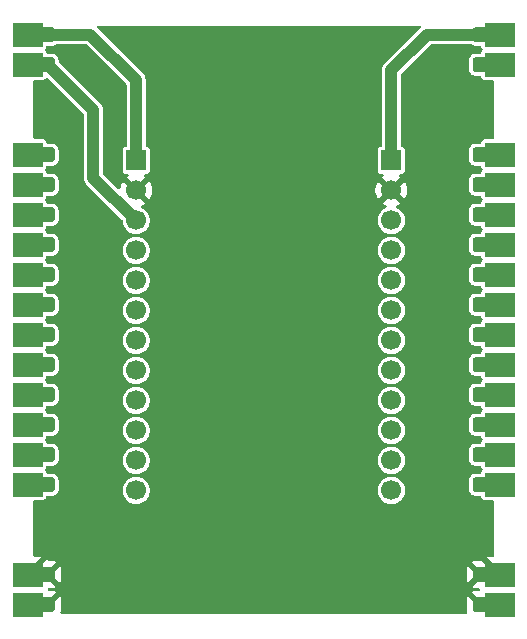
<source format=gbl>
G04 #@! TF.GenerationSoftware,KiCad,Pcbnew,9.0.1+1*
G04 #@! TF.CreationDate,2025-11-12T15:12:11+00:00*
G04 #@! TF.ProjectId,lora,6c6f7261-2e6b-4696-9361-645f70636258,v0.1*
G04 #@! TF.SameCoordinates,Original*
G04 #@! TF.FileFunction,Copper,L2,Bot*
G04 #@! TF.FilePolarity,Positive*
%FSLAX46Y46*%
G04 Gerber Fmt 4.6, Leading zero omitted, Abs format (unit mm)*
G04 Created by KiCad (PCBNEW 9.0.1+1) date 2025-11-12 15:12:11*
%MOMM*%
%LPD*%
G01*
G04 APERTURE LIST*
G04 #@! TA.AperFunction,ComponentPad*
%ADD10R,1.700000X1.700000*%
G04 #@! TD*
G04 #@! TA.AperFunction,ComponentPad*
%ADD11C,1.700000*%
G04 #@! TD*
G04 #@! TA.AperFunction,CastellatedPad*
%ADD12R,2.540000X2.000000*%
G04 #@! TD*
G04 #@! TA.AperFunction,ViaPad*
%ADD13C,0.500000*%
G04 #@! TD*
G04 #@! TA.AperFunction,ViaPad*
%ADD14C,1.000000*%
G04 #@! TD*
G04 #@! TA.AperFunction,Conductor*
%ADD15C,1.000000*%
G04 #@! TD*
G04 APERTURE END LIST*
D10*
X170530000Y-90330000D03*
D11*
X170530000Y-92870000D03*
X170530000Y-95410000D03*
X170530000Y-97950000D03*
X170530000Y-100490000D03*
X170530000Y-103030000D03*
X170530000Y-105570000D03*
X170530000Y-108110000D03*
X170530000Y-110650000D03*
X170530000Y-113190000D03*
X170530000Y-115730000D03*
X170530000Y-118270000D03*
D10*
X192130000Y-90330000D03*
D11*
X192130000Y-92870000D03*
X192130000Y-95410000D03*
X192130000Y-97950000D03*
X192130000Y-100490000D03*
X192130000Y-103030000D03*
X192130000Y-105570000D03*
X192130000Y-108110000D03*
X192130000Y-110650000D03*
X192130000Y-113190000D03*
X192130000Y-115730000D03*
X192130000Y-118270000D03*
D12*
X161330000Y-79680000D03*
G04 #@! TA.AperFunction,ComponentPad*
G36*
G01*
X163655000Y-79305000D02*
X163655000Y-80055000D01*
G75*
G02*
X163405000Y-80305000I-250000J0D01*
G01*
X162655000Y-80305000D01*
G75*
G02*
X162405000Y-80055000I0J250000D01*
G01*
X162405000Y-79305000D01*
G75*
G02*
X162655000Y-79055000I250000J0D01*
G01*
X163405000Y-79055000D01*
G75*
G02*
X163655000Y-79305000I0J-250000D01*
G01*
G37*
G04 #@! TD.AperFunction*
X161330000Y-82220000D03*
G04 #@! TA.AperFunction,ComponentPad*
G36*
G01*
X163655000Y-81845000D02*
X163655000Y-82595000D01*
G75*
G02*
X163405000Y-82845000I-250000J0D01*
G01*
X162655000Y-82845000D01*
G75*
G02*
X162405000Y-82595000I0J250000D01*
G01*
X162405000Y-81845000D01*
G75*
G02*
X162655000Y-81595000I250000J0D01*
G01*
X163405000Y-81595000D01*
G75*
G02*
X163655000Y-81845000I0J-250000D01*
G01*
G37*
G04 #@! TD.AperFunction*
X161330000Y-89840000D03*
G04 #@! TA.AperFunction,ComponentPad*
G36*
G01*
X163655000Y-89465000D02*
X163655000Y-90215000D01*
G75*
G02*
X163405000Y-90465000I-250000J0D01*
G01*
X162655000Y-90465000D01*
G75*
G02*
X162405000Y-90215000I0J250000D01*
G01*
X162405000Y-89465000D01*
G75*
G02*
X162655000Y-89215000I250000J0D01*
G01*
X163405000Y-89215000D01*
G75*
G02*
X163655000Y-89465000I0J-250000D01*
G01*
G37*
G04 #@! TD.AperFunction*
X161330000Y-92380000D03*
G04 #@! TA.AperFunction,ComponentPad*
G36*
G01*
X163655000Y-92005000D02*
X163655000Y-92755000D01*
G75*
G02*
X163405000Y-93005000I-250000J0D01*
G01*
X162655000Y-93005000D01*
G75*
G02*
X162405000Y-92755000I0J250000D01*
G01*
X162405000Y-92005000D01*
G75*
G02*
X162655000Y-91755000I250000J0D01*
G01*
X163405000Y-91755000D01*
G75*
G02*
X163655000Y-92005000I0J-250000D01*
G01*
G37*
G04 #@! TD.AperFunction*
X161330000Y-94920000D03*
G04 #@! TA.AperFunction,ComponentPad*
G36*
G01*
X163655000Y-94545000D02*
X163655000Y-95295000D01*
G75*
G02*
X163405000Y-95545000I-250000J0D01*
G01*
X162655000Y-95545000D01*
G75*
G02*
X162405000Y-95295000I0J250000D01*
G01*
X162405000Y-94545000D01*
G75*
G02*
X162655000Y-94295000I250000J0D01*
G01*
X163405000Y-94295000D01*
G75*
G02*
X163655000Y-94545000I0J-250000D01*
G01*
G37*
G04 #@! TD.AperFunction*
X161330000Y-97460000D03*
G04 #@! TA.AperFunction,ComponentPad*
G36*
G01*
X163655000Y-97085000D02*
X163655000Y-97835000D01*
G75*
G02*
X163405000Y-98085000I-250000J0D01*
G01*
X162655000Y-98085000D01*
G75*
G02*
X162405000Y-97835000I0J250000D01*
G01*
X162405000Y-97085000D01*
G75*
G02*
X162655000Y-96835000I250000J0D01*
G01*
X163405000Y-96835000D01*
G75*
G02*
X163655000Y-97085000I0J-250000D01*
G01*
G37*
G04 #@! TD.AperFunction*
X161330000Y-100000000D03*
G04 #@! TA.AperFunction,ComponentPad*
G36*
G01*
X163655000Y-99625000D02*
X163655000Y-100375000D01*
G75*
G02*
X163405000Y-100625000I-250000J0D01*
G01*
X162655000Y-100625000D01*
G75*
G02*
X162405000Y-100375000I0J250000D01*
G01*
X162405000Y-99625000D01*
G75*
G02*
X162655000Y-99375000I250000J0D01*
G01*
X163405000Y-99375000D01*
G75*
G02*
X163655000Y-99625000I0J-250000D01*
G01*
G37*
G04 #@! TD.AperFunction*
X161330000Y-102540000D03*
G04 #@! TA.AperFunction,ComponentPad*
G36*
G01*
X163655000Y-102165000D02*
X163655000Y-102915000D01*
G75*
G02*
X163405000Y-103165000I-250000J0D01*
G01*
X162655000Y-103165000D01*
G75*
G02*
X162405000Y-102915000I0J250000D01*
G01*
X162405000Y-102165000D01*
G75*
G02*
X162655000Y-101915000I250000J0D01*
G01*
X163405000Y-101915000D01*
G75*
G02*
X163655000Y-102165000I0J-250000D01*
G01*
G37*
G04 #@! TD.AperFunction*
X161330000Y-105080000D03*
G04 #@! TA.AperFunction,ComponentPad*
G36*
G01*
X163655000Y-104705000D02*
X163655000Y-105455000D01*
G75*
G02*
X163405000Y-105705000I-250000J0D01*
G01*
X162655000Y-105705000D01*
G75*
G02*
X162405000Y-105455000I0J250000D01*
G01*
X162405000Y-104705000D01*
G75*
G02*
X162655000Y-104455000I250000J0D01*
G01*
X163405000Y-104455000D01*
G75*
G02*
X163655000Y-104705000I0J-250000D01*
G01*
G37*
G04 #@! TD.AperFunction*
X161330000Y-107620000D03*
G04 #@! TA.AperFunction,ComponentPad*
G36*
G01*
X163655000Y-107245000D02*
X163655000Y-107995000D01*
G75*
G02*
X163405000Y-108245000I-250000J0D01*
G01*
X162655000Y-108245000D01*
G75*
G02*
X162405000Y-107995000I0J250000D01*
G01*
X162405000Y-107245000D01*
G75*
G02*
X162655000Y-106995000I250000J0D01*
G01*
X163405000Y-106995000D01*
G75*
G02*
X163655000Y-107245000I0J-250000D01*
G01*
G37*
G04 #@! TD.AperFunction*
X161330000Y-110160000D03*
G04 #@! TA.AperFunction,ComponentPad*
G36*
G01*
X163655000Y-109785000D02*
X163655000Y-110535000D01*
G75*
G02*
X163405000Y-110785000I-250000J0D01*
G01*
X162655000Y-110785000D01*
G75*
G02*
X162405000Y-110535000I0J250000D01*
G01*
X162405000Y-109785000D01*
G75*
G02*
X162655000Y-109535000I250000J0D01*
G01*
X163405000Y-109535000D01*
G75*
G02*
X163655000Y-109785000I0J-250000D01*
G01*
G37*
G04 #@! TD.AperFunction*
X161330000Y-112700000D03*
G04 #@! TA.AperFunction,ComponentPad*
G36*
G01*
X163655000Y-112325000D02*
X163655000Y-113075000D01*
G75*
G02*
X163405000Y-113325000I-250000J0D01*
G01*
X162655000Y-113325000D01*
G75*
G02*
X162405000Y-113075000I0J250000D01*
G01*
X162405000Y-112325000D01*
G75*
G02*
X162655000Y-112075000I250000J0D01*
G01*
X163405000Y-112075000D01*
G75*
G02*
X163655000Y-112325000I0J-250000D01*
G01*
G37*
G04 #@! TD.AperFunction*
X161330000Y-115240000D03*
G04 #@! TA.AperFunction,ComponentPad*
G36*
G01*
X163655000Y-114865000D02*
X163655000Y-115615000D01*
G75*
G02*
X163405000Y-115865000I-250000J0D01*
G01*
X162655000Y-115865000D01*
G75*
G02*
X162405000Y-115615000I0J250000D01*
G01*
X162405000Y-114865000D01*
G75*
G02*
X162655000Y-114615000I250000J0D01*
G01*
X163405000Y-114615000D01*
G75*
G02*
X163655000Y-114865000I0J-250000D01*
G01*
G37*
G04 #@! TD.AperFunction*
X161330000Y-117780000D03*
G04 #@! TA.AperFunction,ComponentPad*
G36*
G01*
X163655000Y-117405000D02*
X163655000Y-118155000D01*
G75*
G02*
X163405000Y-118405000I-250000J0D01*
G01*
X162655000Y-118405000D01*
G75*
G02*
X162405000Y-118155000I0J250000D01*
G01*
X162405000Y-117405000D01*
G75*
G02*
X162655000Y-117155000I250000J0D01*
G01*
X163405000Y-117155000D01*
G75*
G02*
X163655000Y-117405000I0J-250000D01*
G01*
G37*
G04 #@! TD.AperFunction*
X161330000Y-125400000D03*
G04 #@! TA.AperFunction,ComponentPad*
G36*
G01*
X163655000Y-125025000D02*
X163655000Y-125775000D01*
G75*
G02*
X163405000Y-126025000I-250000J0D01*
G01*
X162655000Y-126025000D01*
G75*
G02*
X162405000Y-125775000I0J250000D01*
G01*
X162405000Y-125025000D01*
G75*
G02*
X162655000Y-124775000I250000J0D01*
G01*
X163405000Y-124775000D01*
G75*
G02*
X163655000Y-125025000I0J-250000D01*
G01*
G37*
G04 #@! TD.AperFunction*
X161330000Y-127940000D03*
G04 #@! TA.AperFunction,ComponentPad*
G36*
G01*
X163655000Y-127565000D02*
X163655000Y-128315000D01*
G75*
G02*
X163405000Y-128565000I-250000J0D01*
G01*
X162655000Y-128565000D01*
G75*
G02*
X162405000Y-128315000I0J250000D01*
G01*
X162405000Y-127565000D01*
G75*
G02*
X162655000Y-127315000I250000J0D01*
G01*
X163405000Y-127315000D01*
G75*
G02*
X163655000Y-127565000I0J-250000D01*
G01*
G37*
G04 #@! TD.AperFunction*
G04 #@! TA.AperFunction,ComponentPad*
G36*
G01*
X200255000Y-79305000D02*
X200255000Y-80055000D01*
G75*
G02*
X200005000Y-80305000I-250000J0D01*
G01*
X199255000Y-80305000D01*
G75*
G02*
X199005000Y-80055000I0J250000D01*
G01*
X199005000Y-79305000D01*
G75*
G02*
X199255000Y-79055000I250000J0D01*
G01*
X200005000Y-79055000D01*
G75*
G02*
X200255000Y-79305000I0J-250000D01*
G01*
G37*
G04 #@! TD.AperFunction*
X201330000Y-79680000D03*
G04 #@! TA.AperFunction,ComponentPad*
G36*
G01*
X200255000Y-81845000D02*
X200255000Y-82595000D01*
G75*
G02*
X200005000Y-82845000I-250000J0D01*
G01*
X199255000Y-82845000D01*
G75*
G02*
X199005000Y-82595000I0J250000D01*
G01*
X199005000Y-81845000D01*
G75*
G02*
X199255000Y-81595000I250000J0D01*
G01*
X200005000Y-81595000D01*
G75*
G02*
X200255000Y-81845000I0J-250000D01*
G01*
G37*
G04 #@! TD.AperFunction*
X201330000Y-82220000D03*
G04 #@! TA.AperFunction,ComponentPad*
G36*
G01*
X200255000Y-89465000D02*
X200255000Y-90215000D01*
G75*
G02*
X200005000Y-90465000I-250000J0D01*
G01*
X199255000Y-90465000D01*
G75*
G02*
X199005000Y-90215000I0J250000D01*
G01*
X199005000Y-89465000D01*
G75*
G02*
X199255000Y-89215000I250000J0D01*
G01*
X200005000Y-89215000D01*
G75*
G02*
X200255000Y-89465000I0J-250000D01*
G01*
G37*
G04 #@! TD.AperFunction*
X201330000Y-89840000D03*
G04 #@! TA.AperFunction,ComponentPad*
G36*
G01*
X200255000Y-92005000D02*
X200255000Y-92755000D01*
G75*
G02*
X200005000Y-93005000I-250000J0D01*
G01*
X199255000Y-93005000D01*
G75*
G02*
X199005000Y-92755000I0J250000D01*
G01*
X199005000Y-92005000D01*
G75*
G02*
X199255000Y-91755000I250000J0D01*
G01*
X200005000Y-91755000D01*
G75*
G02*
X200255000Y-92005000I0J-250000D01*
G01*
G37*
G04 #@! TD.AperFunction*
X201330000Y-92380000D03*
G04 #@! TA.AperFunction,ComponentPad*
G36*
G01*
X200255000Y-94545000D02*
X200255000Y-95295000D01*
G75*
G02*
X200005000Y-95545000I-250000J0D01*
G01*
X199255000Y-95545000D01*
G75*
G02*
X199005000Y-95295000I0J250000D01*
G01*
X199005000Y-94545000D01*
G75*
G02*
X199255000Y-94295000I250000J0D01*
G01*
X200005000Y-94295000D01*
G75*
G02*
X200255000Y-94545000I0J-250000D01*
G01*
G37*
G04 #@! TD.AperFunction*
X201330000Y-94920000D03*
G04 #@! TA.AperFunction,ComponentPad*
G36*
G01*
X200255000Y-97085000D02*
X200255000Y-97835000D01*
G75*
G02*
X200005000Y-98085000I-250000J0D01*
G01*
X199255000Y-98085000D01*
G75*
G02*
X199005000Y-97835000I0J250000D01*
G01*
X199005000Y-97085000D01*
G75*
G02*
X199255000Y-96835000I250000J0D01*
G01*
X200005000Y-96835000D01*
G75*
G02*
X200255000Y-97085000I0J-250000D01*
G01*
G37*
G04 #@! TD.AperFunction*
X201330000Y-97460000D03*
G04 #@! TA.AperFunction,ComponentPad*
G36*
G01*
X200255000Y-99625000D02*
X200255000Y-100375000D01*
G75*
G02*
X200005000Y-100625000I-250000J0D01*
G01*
X199255000Y-100625000D01*
G75*
G02*
X199005000Y-100375000I0J250000D01*
G01*
X199005000Y-99625000D01*
G75*
G02*
X199255000Y-99375000I250000J0D01*
G01*
X200005000Y-99375000D01*
G75*
G02*
X200255000Y-99625000I0J-250000D01*
G01*
G37*
G04 #@! TD.AperFunction*
X201330000Y-100000000D03*
G04 #@! TA.AperFunction,ComponentPad*
G36*
G01*
X200255000Y-102165000D02*
X200255000Y-102915000D01*
G75*
G02*
X200005000Y-103165000I-250000J0D01*
G01*
X199255000Y-103165000D01*
G75*
G02*
X199005000Y-102915000I0J250000D01*
G01*
X199005000Y-102165000D01*
G75*
G02*
X199255000Y-101915000I250000J0D01*
G01*
X200005000Y-101915000D01*
G75*
G02*
X200255000Y-102165000I0J-250000D01*
G01*
G37*
G04 #@! TD.AperFunction*
X201330000Y-102540000D03*
G04 #@! TA.AperFunction,ComponentPad*
G36*
G01*
X200255000Y-104705000D02*
X200255000Y-105455000D01*
G75*
G02*
X200005000Y-105705000I-250000J0D01*
G01*
X199255000Y-105705000D01*
G75*
G02*
X199005000Y-105455000I0J250000D01*
G01*
X199005000Y-104705000D01*
G75*
G02*
X199255000Y-104455000I250000J0D01*
G01*
X200005000Y-104455000D01*
G75*
G02*
X200255000Y-104705000I0J-250000D01*
G01*
G37*
G04 #@! TD.AperFunction*
X201330000Y-105080000D03*
G04 #@! TA.AperFunction,ComponentPad*
G36*
G01*
X200255000Y-107245000D02*
X200255000Y-107995000D01*
G75*
G02*
X200005000Y-108245000I-250000J0D01*
G01*
X199255000Y-108245000D01*
G75*
G02*
X199005000Y-107995000I0J250000D01*
G01*
X199005000Y-107245000D01*
G75*
G02*
X199255000Y-106995000I250000J0D01*
G01*
X200005000Y-106995000D01*
G75*
G02*
X200255000Y-107245000I0J-250000D01*
G01*
G37*
G04 #@! TD.AperFunction*
X201330000Y-107620000D03*
G04 #@! TA.AperFunction,ComponentPad*
G36*
G01*
X200255000Y-109785000D02*
X200255000Y-110535000D01*
G75*
G02*
X200005000Y-110785000I-250000J0D01*
G01*
X199255000Y-110785000D01*
G75*
G02*
X199005000Y-110535000I0J250000D01*
G01*
X199005000Y-109785000D01*
G75*
G02*
X199255000Y-109535000I250000J0D01*
G01*
X200005000Y-109535000D01*
G75*
G02*
X200255000Y-109785000I0J-250000D01*
G01*
G37*
G04 #@! TD.AperFunction*
X201330000Y-110160000D03*
G04 #@! TA.AperFunction,ComponentPad*
G36*
G01*
X200255000Y-112325000D02*
X200255000Y-113075000D01*
G75*
G02*
X200005000Y-113325000I-250000J0D01*
G01*
X199255000Y-113325000D01*
G75*
G02*
X199005000Y-113075000I0J250000D01*
G01*
X199005000Y-112325000D01*
G75*
G02*
X199255000Y-112075000I250000J0D01*
G01*
X200005000Y-112075000D01*
G75*
G02*
X200255000Y-112325000I0J-250000D01*
G01*
G37*
G04 #@! TD.AperFunction*
X201330000Y-112700000D03*
G04 #@! TA.AperFunction,ComponentPad*
G36*
G01*
X200255000Y-114865000D02*
X200255000Y-115615000D01*
G75*
G02*
X200005000Y-115865000I-250000J0D01*
G01*
X199255000Y-115865000D01*
G75*
G02*
X199005000Y-115615000I0J250000D01*
G01*
X199005000Y-114865000D01*
G75*
G02*
X199255000Y-114615000I250000J0D01*
G01*
X200005000Y-114615000D01*
G75*
G02*
X200255000Y-114865000I0J-250000D01*
G01*
G37*
G04 #@! TD.AperFunction*
X201330000Y-115240000D03*
G04 #@! TA.AperFunction,ComponentPad*
G36*
G01*
X200255000Y-117405000D02*
X200255000Y-118155000D01*
G75*
G02*
X200005000Y-118405000I-250000J0D01*
G01*
X199255000Y-118405000D01*
G75*
G02*
X199005000Y-118155000I0J250000D01*
G01*
X199005000Y-117405000D01*
G75*
G02*
X199255000Y-117155000I250000J0D01*
G01*
X200005000Y-117155000D01*
G75*
G02*
X200255000Y-117405000I0J-250000D01*
G01*
G37*
G04 #@! TD.AperFunction*
X201330000Y-117780000D03*
G04 #@! TA.AperFunction,ComponentPad*
G36*
G01*
X200255000Y-125025000D02*
X200255000Y-125775000D01*
G75*
G02*
X200005000Y-126025000I-250000J0D01*
G01*
X199255000Y-126025000D01*
G75*
G02*
X199005000Y-125775000I0J250000D01*
G01*
X199005000Y-125025000D01*
G75*
G02*
X199255000Y-124775000I250000J0D01*
G01*
X200005000Y-124775000D01*
G75*
G02*
X200255000Y-125025000I0J-250000D01*
G01*
G37*
G04 #@! TD.AperFunction*
X201330000Y-125400000D03*
G04 #@! TA.AperFunction,ComponentPad*
G36*
G01*
X200255000Y-127565000D02*
X200255000Y-128315000D01*
G75*
G02*
X200005000Y-128565000I-250000J0D01*
G01*
X199255000Y-128565000D01*
G75*
G02*
X199005000Y-128315000I0J250000D01*
G01*
X199005000Y-127565000D01*
G75*
G02*
X199255000Y-127315000I250000J0D01*
G01*
X200005000Y-127315000D01*
G75*
G02*
X200255000Y-127565000I0J-250000D01*
G01*
G37*
G04 #@! TD.AperFunction*
X201330000Y-127940000D03*
D13*
X195580000Y-95960000D03*
D14*
X194420000Y-89910000D03*
D13*
X168340000Y-114440000D03*
X193530000Y-100400000D03*
X171950000Y-104410000D03*
X198470000Y-93550000D03*
X193710000Y-103470000D03*
X165840000Y-120550000D03*
X172310000Y-116900000D03*
D14*
X172410000Y-96640000D03*
X198080000Y-87960000D03*
D13*
X193620000Y-105980000D03*
X172030000Y-106830000D03*
D14*
X194250000Y-83720000D03*
D13*
X195730000Y-98440000D03*
X167890000Y-97850000D03*
X164960000Y-111630000D03*
X172130000Y-112050000D03*
D14*
X189530000Y-90280000D03*
D13*
X195370000Y-93580000D03*
X169850000Y-123120000D03*
X193740000Y-98040000D03*
X196030000Y-103620000D03*
X198410000Y-96200000D03*
X171880000Y-114620000D03*
X165240000Y-116670000D03*
X165270000Y-103750000D03*
X168600000Y-106670000D03*
D14*
X169550000Y-79870000D03*
D13*
X168190000Y-116580000D03*
X167530000Y-109190000D03*
X196090000Y-101000000D03*
X198320000Y-91170000D03*
D14*
X164960000Y-81260000D03*
D13*
X193910000Y-108770000D03*
D14*
X173110000Y-88380000D03*
D13*
X195630000Y-106400000D03*
X164870000Y-106690000D03*
D14*
X190910000Y-80220000D03*
X172620000Y-101860000D03*
D13*
X172240000Y-109620000D03*
X197990000Y-106240000D03*
D14*
X163180000Y-84850000D03*
D13*
X167110000Y-101350000D03*
X164640000Y-98830000D03*
X166480000Y-96190000D03*
X165180000Y-114020000D03*
X168040000Y-112180000D03*
X198530000Y-98650000D03*
X193800000Y-95870000D03*
X198530000Y-101300000D03*
D15*
X170530000Y-90330000D02*
X170530000Y-83560000D01*
X166650000Y-79680000D02*
X163030000Y-79680000D01*
X170530000Y-83560000D02*
X166650000Y-79680000D01*
X166910000Y-91790000D02*
X170530000Y-95410000D01*
X163030000Y-82220000D02*
X166910000Y-86100000D01*
X166910000Y-86100000D02*
X166910000Y-91790000D01*
X192130000Y-90330000D02*
X192130000Y-82720000D01*
X195170000Y-79680000D02*
X199630000Y-79680000D01*
X192130000Y-82720000D02*
X195170000Y-79680000D01*
G04 #@! TA.AperFunction,Conductor*
G36*
X194575098Y-78930185D02*
G01*
X194620853Y-78982989D01*
X194630797Y-79052147D01*
X194601772Y-79115703D01*
X194595740Y-79122181D01*
X193103998Y-80613924D01*
X191619711Y-82098211D01*
X191563960Y-82153962D01*
X191508209Y-82209712D01*
X191420609Y-82340814D01*
X191420602Y-82340827D01*
X191360264Y-82486498D01*
X191360261Y-82486510D01*
X191329500Y-82641153D01*
X191329500Y-89058106D01*
X191309815Y-89125145D01*
X191257011Y-89170900D01*
X191219789Y-89181280D01*
X191210010Y-89182414D01*
X191210008Y-89182415D01*
X191107235Y-89227793D01*
X191027794Y-89307234D01*
X190982415Y-89410006D01*
X190982415Y-89410008D01*
X190979500Y-89435131D01*
X190979500Y-91224856D01*
X190979502Y-91224882D01*
X190982413Y-91249987D01*
X190982415Y-91249991D01*
X191027793Y-91352764D01*
X191027794Y-91352765D01*
X191107235Y-91432206D01*
X191210009Y-91477585D01*
X191235135Y-91480500D01*
X191366923Y-91480499D01*
X191433960Y-91500183D01*
X191479715Y-91552987D01*
X191489659Y-91622145D01*
X191460635Y-91685701D01*
X191426387Y-91712507D01*
X191426590Y-91712838D01*
X191423715Y-91714599D01*
X191423239Y-91714972D01*
X191422451Y-91715373D01*
X191422440Y-91715380D01*
X191368282Y-91754727D01*
X191368282Y-91754728D01*
X192000591Y-92387037D01*
X191937007Y-92404075D01*
X191822993Y-92469901D01*
X191729901Y-92562993D01*
X191664075Y-92677007D01*
X191647037Y-92740591D01*
X191014728Y-92108282D01*
X191014727Y-92108282D01*
X190975380Y-92162439D01*
X190878904Y-92351782D01*
X190813242Y-92553869D01*
X190813242Y-92553872D01*
X190780000Y-92763753D01*
X190780000Y-92976246D01*
X190813242Y-93186127D01*
X190813242Y-93186130D01*
X190878904Y-93388217D01*
X190975375Y-93577550D01*
X191014728Y-93631716D01*
X191647037Y-92999408D01*
X191664075Y-93062993D01*
X191729901Y-93177007D01*
X191822993Y-93270099D01*
X191937007Y-93335925D01*
X192000590Y-93352962D01*
X191368282Y-93985269D01*
X191368282Y-93985270D01*
X191422449Y-94024624D01*
X191611780Y-94121094D01*
X191640705Y-94130492D01*
X191698381Y-94169929D01*
X191725580Y-94234287D01*
X191713667Y-94303134D01*
X191666424Y-94354610D01*
X191658685Y-94358908D01*
X191527004Y-94426004D01*
X191380505Y-94532441D01*
X191380500Y-94532445D01*
X191252445Y-94660500D01*
X191252441Y-94660505D01*
X191146006Y-94807002D01*
X191063788Y-94968360D01*
X191063787Y-94968363D01*
X191007829Y-95140589D01*
X190979500Y-95319448D01*
X190979500Y-95500551D01*
X191007829Y-95679410D01*
X191063787Y-95851636D01*
X191063788Y-95851639D01*
X191097596Y-95917989D01*
X191134284Y-95989993D01*
X191146006Y-96012997D01*
X191252441Y-96159494D01*
X191252445Y-96159499D01*
X191380500Y-96287554D01*
X191380505Y-96287558D01*
X191508287Y-96380396D01*
X191527006Y-96393996D01*
X191632484Y-96447740D01*
X191688360Y-96476211D01*
X191688363Y-96476212D01*
X191774476Y-96504191D01*
X191860591Y-96532171D01*
X191933639Y-96543740D01*
X192020678Y-96557527D01*
X192083813Y-96587456D01*
X192120744Y-96646768D01*
X192119746Y-96716631D01*
X192081136Y-96774863D01*
X192020678Y-96802473D01*
X191860589Y-96827829D01*
X191688363Y-96883787D01*
X191688360Y-96883788D01*
X191527002Y-96966006D01*
X191380505Y-97072441D01*
X191380500Y-97072445D01*
X191252445Y-97200500D01*
X191252441Y-97200505D01*
X191146006Y-97347002D01*
X191063788Y-97508360D01*
X191063787Y-97508363D01*
X191007829Y-97680589D01*
X190979500Y-97859448D01*
X190979500Y-98040551D01*
X191007829Y-98219410D01*
X191063787Y-98391636D01*
X191063788Y-98391639D01*
X191097596Y-98457989D01*
X191134284Y-98529993D01*
X191146006Y-98552997D01*
X191252441Y-98699494D01*
X191252445Y-98699499D01*
X191380500Y-98827554D01*
X191380505Y-98827558D01*
X191508287Y-98920396D01*
X191527006Y-98933996D01*
X191632484Y-98987740D01*
X191688360Y-99016211D01*
X191688363Y-99016212D01*
X191774476Y-99044191D01*
X191860591Y-99072171D01*
X191933639Y-99083740D01*
X192020678Y-99097527D01*
X192083813Y-99127456D01*
X192120744Y-99186768D01*
X192119746Y-99256631D01*
X192081136Y-99314863D01*
X192020678Y-99342473D01*
X191860589Y-99367829D01*
X191688363Y-99423787D01*
X191688360Y-99423788D01*
X191527002Y-99506006D01*
X191380505Y-99612441D01*
X191380500Y-99612445D01*
X191252445Y-99740500D01*
X191252441Y-99740505D01*
X191146006Y-99887002D01*
X191063788Y-100048360D01*
X191063787Y-100048363D01*
X191007829Y-100220589D01*
X190979500Y-100399448D01*
X190979500Y-100580551D01*
X191007829Y-100759410D01*
X191063787Y-100931636D01*
X191063788Y-100931639D01*
X191097596Y-100997989D01*
X191134284Y-101069993D01*
X191146006Y-101092997D01*
X191252441Y-101239494D01*
X191252445Y-101239499D01*
X191380500Y-101367554D01*
X191380505Y-101367558D01*
X191508287Y-101460396D01*
X191527006Y-101473996D01*
X191632484Y-101527740D01*
X191688360Y-101556211D01*
X191688363Y-101556212D01*
X191774476Y-101584191D01*
X191860591Y-101612171D01*
X191933639Y-101623740D01*
X192020678Y-101637527D01*
X192083813Y-101667456D01*
X192120744Y-101726768D01*
X192119746Y-101796631D01*
X192081136Y-101854863D01*
X192020678Y-101882473D01*
X191860589Y-101907829D01*
X191688363Y-101963787D01*
X191688360Y-101963788D01*
X191527002Y-102046006D01*
X191380505Y-102152441D01*
X191380500Y-102152445D01*
X191252445Y-102280500D01*
X191252441Y-102280505D01*
X191146006Y-102427002D01*
X191063788Y-102588360D01*
X191063787Y-102588363D01*
X191007829Y-102760589D01*
X190979500Y-102939448D01*
X190979500Y-103120551D01*
X191007829Y-103299410D01*
X191063787Y-103471636D01*
X191063788Y-103471639D01*
X191097596Y-103537989D01*
X191134284Y-103609993D01*
X191146006Y-103632997D01*
X191252441Y-103779494D01*
X191252445Y-103779499D01*
X191380500Y-103907554D01*
X191380505Y-103907558D01*
X191508287Y-104000396D01*
X191527006Y-104013996D01*
X191632484Y-104067740D01*
X191688360Y-104096211D01*
X191688363Y-104096212D01*
X191774476Y-104124191D01*
X191860591Y-104152171D01*
X191933639Y-104163740D01*
X192020678Y-104177527D01*
X192083813Y-104207456D01*
X192120744Y-104266768D01*
X192119746Y-104336631D01*
X192081136Y-104394863D01*
X192020678Y-104422473D01*
X191860589Y-104447829D01*
X191688363Y-104503787D01*
X191688360Y-104503788D01*
X191527002Y-104586006D01*
X191380505Y-104692441D01*
X191380500Y-104692445D01*
X191252445Y-104820500D01*
X191252441Y-104820505D01*
X191146006Y-104967002D01*
X191063788Y-105128360D01*
X191063787Y-105128363D01*
X191007829Y-105300589D01*
X190979500Y-105479448D01*
X190979500Y-105660551D01*
X191007829Y-105839410D01*
X191063787Y-106011636D01*
X191063788Y-106011639D01*
X191097596Y-106077989D01*
X191134284Y-106149993D01*
X191146006Y-106172997D01*
X191252441Y-106319494D01*
X191252445Y-106319499D01*
X191380500Y-106447554D01*
X191380505Y-106447558D01*
X191508287Y-106540396D01*
X191527006Y-106553996D01*
X191632484Y-106607740D01*
X191688360Y-106636211D01*
X191688363Y-106636212D01*
X191774476Y-106664191D01*
X191860591Y-106692171D01*
X191933639Y-106703740D01*
X192020678Y-106717527D01*
X192083813Y-106747456D01*
X192120744Y-106806768D01*
X192119746Y-106876631D01*
X192081136Y-106934863D01*
X192020678Y-106962473D01*
X191860589Y-106987829D01*
X191688363Y-107043787D01*
X191688360Y-107043788D01*
X191527002Y-107126006D01*
X191380505Y-107232441D01*
X191380500Y-107232445D01*
X191252445Y-107360500D01*
X191252441Y-107360505D01*
X191146006Y-107507002D01*
X191063788Y-107668360D01*
X191063787Y-107668363D01*
X191007829Y-107840589D01*
X190979500Y-108019448D01*
X190979500Y-108200551D01*
X191007829Y-108379410D01*
X191063787Y-108551636D01*
X191063788Y-108551639D01*
X191097596Y-108617989D01*
X191134284Y-108689993D01*
X191146006Y-108712997D01*
X191252441Y-108859494D01*
X191252445Y-108859499D01*
X191380500Y-108987554D01*
X191380505Y-108987558D01*
X191508287Y-109080396D01*
X191527006Y-109093996D01*
X191632484Y-109147740D01*
X191688360Y-109176211D01*
X191688363Y-109176212D01*
X191774476Y-109204191D01*
X191860591Y-109232171D01*
X191933639Y-109243740D01*
X192020678Y-109257527D01*
X192083813Y-109287456D01*
X192120744Y-109346768D01*
X192119746Y-109416631D01*
X192081136Y-109474863D01*
X192020678Y-109502473D01*
X191860589Y-109527829D01*
X191688363Y-109583787D01*
X191688360Y-109583788D01*
X191527002Y-109666006D01*
X191380505Y-109772441D01*
X191380500Y-109772445D01*
X191252445Y-109900500D01*
X191252441Y-109900505D01*
X191146006Y-110047002D01*
X191063788Y-110208360D01*
X191063787Y-110208363D01*
X191007829Y-110380589D01*
X190979500Y-110559448D01*
X190979500Y-110740551D01*
X191007829Y-110919410D01*
X191063787Y-111091636D01*
X191063788Y-111091639D01*
X191097596Y-111157989D01*
X191134284Y-111229993D01*
X191146006Y-111252997D01*
X191252441Y-111399494D01*
X191252445Y-111399499D01*
X191380500Y-111527554D01*
X191380505Y-111527558D01*
X191508287Y-111620396D01*
X191527006Y-111633996D01*
X191632484Y-111687740D01*
X191688360Y-111716211D01*
X191688363Y-111716212D01*
X191774476Y-111744191D01*
X191860591Y-111772171D01*
X191933639Y-111783740D01*
X192020678Y-111797527D01*
X192083813Y-111827456D01*
X192120744Y-111886768D01*
X192119746Y-111956631D01*
X192081136Y-112014863D01*
X192020678Y-112042473D01*
X191860589Y-112067829D01*
X191688363Y-112123787D01*
X191688360Y-112123788D01*
X191527002Y-112206006D01*
X191380505Y-112312441D01*
X191380500Y-112312445D01*
X191252445Y-112440500D01*
X191252441Y-112440505D01*
X191146006Y-112587002D01*
X191063788Y-112748360D01*
X191063787Y-112748363D01*
X191007829Y-112920589D01*
X190979500Y-113099448D01*
X190979500Y-113280551D01*
X191007829Y-113459410D01*
X191063787Y-113631636D01*
X191063788Y-113631639D01*
X191097596Y-113697989D01*
X191134284Y-113769993D01*
X191146006Y-113792997D01*
X191252441Y-113939494D01*
X191252445Y-113939499D01*
X191380500Y-114067554D01*
X191380505Y-114067558D01*
X191508287Y-114160396D01*
X191527006Y-114173996D01*
X191632484Y-114227740D01*
X191688360Y-114256211D01*
X191688363Y-114256212D01*
X191774476Y-114284191D01*
X191860591Y-114312171D01*
X191933639Y-114323740D01*
X192020678Y-114337527D01*
X192083813Y-114367456D01*
X192120744Y-114426768D01*
X192119746Y-114496631D01*
X192081136Y-114554863D01*
X192020678Y-114582473D01*
X191860589Y-114607829D01*
X191688363Y-114663787D01*
X191688360Y-114663788D01*
X191527002Y-114746006D01*
X191380505Y-114852441D01*
X191380500Y-114852445D01*
X191252445Y-114980500D01*
X191252441Y-114980505D01*
X191146006Y-115127002D01*
X191063788Y-115288360D01*
X191063787Y-115288363D01*
X191007829Y-115460589D01*
X190979500Y-115639448D01*
X190979500Y-115820551D01*
X191007829Y-115999410D01*
X191063787Y-116171636D01*
X191063788Y-116171639D01*
X191097596Y-116237989D01*
X191134284Y-116309993D01*
X191146006Y-116332997D01*
X191252441Y-116479494D01*
X191252445Y-116479499D01*
X191380500Y-116607554D01*
X191380505Y-116607558D01*
X191508287Y-116700396D01*
X191527006Y-116713996D01*
X191632484Y-116767740D01*
X191688360Y-116796211D01*
X191688363Y-116796212D01*
X191774476Y-116824191D01*
X191860591Y-116852171D01*
X191933639Y-116863740D01*
X192020678Y-116877527D01*
X192083813Y-116907456D01*
X192120744Y-116966768D01*
X192119746Y-117036631D01*
X192081136Y-117094863D01*
X192020678Y-117122473D01*
X191860589Y-117147829D01*
X191688363Y-117203787D01*
X191688360Y-117203788D01*
X191527002Y-117286006D01*
X191380505Y-117392441D01*
X191380500Y-117392445D01*
X191252445Y-117520500D01*
X191252441Y-117520505D01*
X191146006Y-117667002D01*
X191063788Y-117828360D01*
X191063787Y-117828363D01*
X191007829Y-118000589D01*
X190979500Y-118179448D01*
X190979500Y-118360551D01*
X191007829Y-118539410D01*
X191063787Y-118711636D01*
X191063788Y-118711639D01*
X191097596Y-118777989D01*
X191134284Y-118849993D01*
X191146006Y-118872997D01*
X191252441Y-119019494D01*
X191252445Y-119019499D01*
X191380500Y-119147554D01*
X191380505Y-119147558D01*
X191458879Y-119204499D01*
X191527006Y-119253996D01*
X191632484Y-119307740D01*
X191688360Y-119336211D01*
X191688363Y-119336212D01*
X191774476Y-119364191D01*
X191860591Y-119392171D01*
X191943429Y-119405291D01*
X192039449Y-119420500D01*
X192039454Y-119420500D01*
X192220551Y-119420500D01*
X192307259Y-119406765D01*
X192399409Y-119392171D01*
X192571639Y-119336211D01*
X192732994Y-119253996D01*
X192879501Y-119147553D01*
X193007553Y-119019501D01*
X193113996Y-118872994D01*
X193196211Y-118711639D01*
X193252171Y-118539409D01*
X193266765Y-118447259D01*
X193280500Y-118360551D01*
X193280500Y-118179448D01*
X193264019Y-118075397D01*
X193252171Y-118000591D01*
X193196211Y-117828361D01*
X193196211Y-117828360D01*
X193167740Y-117772484D01*
X193113996Y-117667006D01*
X193100396Y-117648287D01*
X193007558Y-117520505D01*
X193007554Y-117520500D01*
X192879499Y-117392445D01*
X192879494Y-117392441D01*
X192732997Y-117286006D01*
X192732996Y-117286005D01*
X192732994Y-117286004D01*
X192681300Y-117259664D01*
X192571639Y-117203788D01*
X192571636Y-117203787D01*
X192399410Y-117147829D01*
X192239321Y-117122473D01*
X192176186Y-117092544D01*
X192139255Y-117033232D01*
X192140253Y-116963370D01*
X192178863Y-116905137D01*
X192239321Y-116877527D01*
X192309425Y-116866422D01*
X192399409Y-116852171D01*
X192571639Y-116796211D01*
X192732994Y-116713996D01*
X192879501Y-116607553D01*
X193007553Y-116479501D01*
X193113996Y-116332994D01*
X193196211Y-116171639D01*
X193252171Y-115999409D01*
X193266765Y-115907259D01*
X193280500Y-115820551D01*
X193280500Y-115639448D01*
X193264019Y-115535397D01*
X193252171Y-115460591D01*
X193196211Y-115288361D01*
X193196211Y-115288360D01*
X193167740Y-115232484D01*
X193113996Y-115127006D01*
X193100396Y-115108287D01*
X193007558Y-114980505D01*
X193007554Y-114980500D01*
X192879499Y-114852445D01*
X192879494Y-114852441D01*
X192732997Y-114746006D01*
X192732996Y-114746005D01*
X192732994Y-114746004D01*
X192681300Y-114719664D01*
X192571639Y-114663788D01*
X192571636Y-114663787D01*
X192399410Y-114607829D01*
X192239321Y-114582473D01*
X192176186Y-114552544D01*
X192139255Y-114493232D01*
X192140253Y-114423370D01*
X192178863Y-114365137D01*
X192239321Y-114337527D01*
X192309425Y-114326422D01*
X192399409Y-114312171D01*
X192571639Y-114256211D01*
X192732994Y-114173996D01*
X192879501Y-114067553D01*
X193007553Y-113939501D01*
X193113996Y-113792994D01*
X193196211Y-113631639D01*
X193252171Y-113459409D01*
X193266765Y-113367259D01*
X193280500Y-113280551D01*
X193280500Y-113099448D01*
X193264019Y-112995397D01*
X193252171Y-112920591D01*
X193196211Y-112748361D01*
X193196211Y-112748360D01*
X193167740Y-112692484D01*
X193113996Y-112587006D01*
X193100396Y-112568287D01*
X193007558Y-112440505D01*
X193007554Y-112440500D01*
X192879499Y-112312445D01*
X192879494Y-112312441D01*
X192732997Y-112206006D01*
X192732996Y-112206005D01*
X192732994Y-112206004D01*
X192681300Y-112179664D01*
X192571639Y-112123788D01*
X192571636Y-112123787D01*
X192399410Y-112067829D01*
X192239321Y-112042473D01*
X192176186Y-112012544D01*
X192139255Y-111953232D01*
X192140253Y-111883370D01*
X192178863Y-111825137D01*
X192239321Y-111797527D01*
X192309425Y-111786422D01*
X192399409Y-111772171D01*
X192571639Y-111716211D01*
X192732994Y-111633996D01*
X192879501Y-111527553D01*
X193007553Y-111399501D01*
X193113996Y-111252994D01*
X193196211Y-111091639D01*
X193252171Y-110919409D01*
X193266765Y-110827259D01*
X193280500Y-110740551D01*
X193280500Y-110559448D01*
X193264019Y-110455397D01*
X193252171Y-110380591D01*
X193196211Y-110208361D01*
X193196211Y-110208360D01*
X193167740Y-110152484D01*
X193113996Y-110047006D01*
X193100396Y-110028287D01*
X193007558Y-109900505D01*
X193007554Y-109900500D01*
X192879499Y-109772445D01*
X192879494Y-109772441D01*
X192732997Y-109666006D01*
X192732996Y-109666005D01*
X192732994Y-109666004D01*
X192681300Y-109639664D01*
X192571639Y-109583788D01*
X192571636Y-109583787D01*
X192399410Y-109527829D01*
X192239321Y-109502473D01*
X192176186Y-109472544D01*
X192139255Y-109413232D01*
X192140253Y-109343370D01*
X192178863Y-109285137D01*
X192239321Y-109257527D01*
X192309425Y-109246422D01*
X192399409Y-109232171D01*
X192571639Y-109176211D01*
X192732994Y-109093996D01*
X192879501Y-108987553D01*
X193007553Y-108859501D01*
X193113996Y-108712994D01*
X193196211Y-108551639D01*
X193252171Y-108379409D01*
X193266765Y-108287259D01*
X193280500Y-108200551D01*
X193280500Y-108019448D01*
X193264019Y-107915397D01*
X193252171Y-107840591D01*
X193196211Y-107668361D01*
X193196211Y-107668360D01*
X193167740Y-107612484D01*
X193113996Y-107507006D01*
X193100396Y-107488287D01*
X193007558Y-107360505D01*
X193007554Y-107360500D01*
X192879499Y-107232445D01*
X192879494Y-107232441D01*
X192732997Y-107126006D01*
X192732996Y-107126005D01*
X192732994Y-107126004D01*
X192681300Y-107099664D01*
X192571639Y-107043788D01*
X192571636Y-107043787D01*
X192399410Y-106987829D01*
X192239321Y-106962473D01*
X192176186Y-106932544D01*
X192139255Y-106873232D01*
X192140253Y-106803370D01*
X192178863Y-106745137D01*
X192239321Y-106717527D01*
X192309425Y-106706422D01*
X192399409Y-106692171D01*
X192571639Y-106636211D01*
X192732994Y-106553996D01*
X192879501Y-106447553D01*
X193007553Y-106319501D01*
X193113996Y-106172994D01*
X193196211Y-106011639D01*
X193252171Y-105839409D01*
X193266765Y-105747259D01*
X193280500Y-105660551D01*
X193280500Y-105479448D01*
X193264019Y-105375397D01*
X193252171Y-105300591D01*
X193196211Y-105128361D01*
X193196211Y-105128360D01*
X193167740Y-105072484D01*
X193113996Y-104967006D01*
X193100396Y-104948287D01*
X193007558Y-104820505D01*
X193007554Y-104820500D01*
X192879499Y-104692445D01*
X192879494Y-104692441D01*
X192732997Y-104586006D01*
X192732996Y-104586005D01*
X192732994Y-104586004D01*
X192681300Y-104559664D01*
X192571639Y-104503788D01*
X192571636Y-104503787D01*
X192399410Y-104447829D01*
X192239321Y-104422473D01*
X192176186Y-104392544D01*
X192139255Y-104333232D01*
X192140253Y-104263370D01*
X192178863Y-104205137D01*
X192239321Y-104177527D01*
X192309425Y-104166422D01*
X192399409Y-104152171D01*
X192571639Y-104096211D01*
X192732994Y-104013996D01*
X192879501Y-103907553D01*
X193007553Y-103779501D01*
X193113996Y-103632994D01*
X193196211Y-103471639D01*
X193252171Y-103299409D01*
X193266765Y-103207259D01*
X193280500Y-103120551D01*
X193280500Y-102939448D01*
X193264019Y-102835397D01*
X193252171Y-102760591D01*
X193196211Y-102588361D01*
X193196211Y-102588360D01*
X193167740Y-102532484D01*
X193113996Y-102427006D01*
X193100396Y-102408287D01*
X193007558Y-102280505D01*
X193007554Y-102280500D01*
X192879499Y-102152445D01*
X192879494Y-102152441D01*
X192732997Y-102046006D01*
X192732996Y-102046005D01*
X192732994Y-102046004D01*
X192681300Y-102019664D01*
X192571639Y-101963788D01*
X192571636Y-101963787D01*
X192399410Y-101907829D01*
X192239321Y-101882473D01*
X192176186Y-101852544D01*
X192139255Y-101793232D01*
X192140253Y-101723370D01*
X192178863Y-101665137D01*
X192239321Y-101637527D01*
X192309425Y-101626422D01*
X192399409Y-101612171D01*
X192571639Y-101556211D01*
X192732994Y-101473996D01*
X192879501Y-101367553D01*
X193007553Y-101239501D01*
X193113996Y-101092994D01*
X193196211Y-100931639D01*
X193252171Y-100759409D01*
X193266765Y-100667259D01*
X193280500Y-100580551D01*
X193280500Y-100399448D01*
X193264019Y-100295397D01*
X193252171Y-100220591D01*
X193196211Y-100048361D01*
X193196211Y-100048360D01*
X193167740Y-99992484D01*
X193113996Y-99887006D01*
X193100396Y-99868287D01*
X193007558Y-99740505D01*
X193007554Y-99740500D01*
X192879499Y-99612445D01*
X192879494Y-99612441D01*
X192732997Y-99506006D01*
X192732996Y-99506005D01*
X192732994Y-99506004D01*
X192681300Y-99479664D01*
X192571639Y-99423788D01*
X192571636Y-99423787D01*
X192399410Y-99367829D01*
X192239321Y-99342473D01*
X192176186Y-99312544D01*
X192139255Y-99253232D01*
X192140253Y-99183370D01*
X192178863Y-99125137D01*
X192239321Y-99097527D01*
X192309425Y-99086422D01*
X192399409Y-99072171D01*
X192571639Y-99016211D01*
X192732994Y-98933996D01*
X192879501Y-98827553D01*
X193007553Y-98699501D01*
X193113996Y-98552994D01*
X193196211Y-98391639D01*
X193252171Y-98219409D01*
X193266765Y-98127259D01*
X193280500Y-98040551D01*
X193280500Y-97859448D01*
X193264019Y-97755397D01*
X193252171Y-97680591D01*
X193196211Y-97508361D01*
X193196211Y-97508360D01*
X193167740Y-97452484D01*
X193113996Y-97347006D01*
X193100396Y-97328287D01*
X193007558Y-97200505D01*
X193007554Y-97200500D01*
X192879499Y-97072445D01*
X192879494Y-97072441D01*
X192732997Y-96966006D01*
X192732996Y-96966005D01*
X192732994Y-96966004D01*
X192681300Y-96939664D01*
X192571639Y-96883788D01*
X192571636Y-96883787D01*
X192399410Y-96827829D01*
X192239321Y-96802473D01*
X192176186Y-96772544D01*
X192139255Y-96713232D01*
X192140253Y-96643370D01*
X192178863Y-96585137D01*
X192239321Y-96557527D01*
X192309425Y-96546422D01*
X192399409Y-96532171D01*
X192571639Y-96476211D01*
X192732994Y-96393996D01*
X192879501Y-96287553D01*
X193007553Y-96159501D01*
X193113996Y-96012994D01*
X193196211Y-95851639D01*
X193252171Y-95679409D01*
X193266765Y-95587259D01*
X193280500Y-95500551D01*
X193280500Y-95319448D01*
X193264019Y-95215397D01*
X193252171Y-95140591D01*
X193196211Y-94968361D01*
X193196211Y-94968360D01*
X193167740Y-94912484D01*
X193113996Y-94807006D01*
X193100396Y-94788287D01*
X193007558Y-94660505D01*
X193007554Y-94660500D01*
X192879499Y-94532445D01*
X192879494Y-94532441D01*
X192732995Y-94426004D01*
X192601314Y-94358908D01*
X192550519Y-94310934D01*
X192533724Y-94243113D01*
X192556262Y-94176978D01*
X192610977Y-94133527D01*
X192619295Y-94130492D01*
X192648217Y-94121095D01*
X192837554Y-94024622D01*
X192891716Y-93985270D01*
X192891717Y-93985270D01*
X192259408Y-93352962D01*
X192322993Y-93335925D01*
X192437007Y-93270099D01*
X192530099Y-93177007D01*
X192595925Y-93062993D01*
X192612962Y-92999408D01*
X193245270Y-93631717D01*
X193245270Y-93631716D01*
X193284622Y-93577554D01*
X193381095Y-93388217D01*
X193446757Y-93186130D01*
X193446757Y-93186127D01*
X193480000Y-92976246D01*
X193480000Y-92763753D01*
X193446757Y-92553872D01*
X193446757Y-92553869D01*
X193381095Y-92351782D01*
X193284624Y-92162449D01*
X193245270Y-92108282D01*
X193245269Y-92108282D01*
X192612962Y-92740590D01*
X192595925Y-92677007D01*
X192530099Y-92562993D01*
X192437007Y-92469901D01*
X192322993Y-92404075D01*
X192259409Y-92387037D01*
X192891716Y-91754728D01*
X192837550Y-91715375D01*
X192836786Y-91714986D01*
X192836546Y-91714759D01*
X192833396Y-91712829D01*
X192833801Y-91712167D01*
X192785988Y-91667013D01*
X192769191Y-91599192D01*
X192791726Y-91533057D01*
X192846440Y-91489604D01*
X192893076Y-91480499D01*
X193024864Y-91480499D01*
X193024879Y-91480497D01*
X193024882Y-91480497D01*
X193049987Y-91477586D01*
X193049988Y-91477585D01*
X193049991Y-91477585D01*
X193152765Y-91432206D01*
X193232206Y-91352765D01*
X193277585Y-91249991D01*
X193280500Y-91224865D01*
X193280499Y-89435136D01*
X193280497Y-89435117D01*
X193277586Y-89410012D01*
X193277585Y-89410010D01*
X193277585Y-89410009D01*
X193232206Y-89307235D01*
X193152765Y-89227794D01*
X193152763Y-89227793D01*
X193049992Y-89182415D01*
X193040208Y-89181280D01*
X192975884Y-89153999D01*
X192936520Y-89096273D01*
X192930500Y-89058106D01*
X192930500Y-83102940D01*
X192950185Y-83035901D01*
X192966819Y-83015259D01*
X195465259Y-80516819D01*
X195526582Y-80483334D01*
X195552940Y-80480500D01*
X198863339Y-80480500D01*
X198930378Y-80500185D01*
X198938251Y-80505686D01*
X198982658Y-80539361D01*
X199123436Y-80594877D01*
X199211898Y-80605500D01*
X199635562Y-80605500D01*
X199702601Y-80625185D01*
X199748356Y-80677989D01*
X199749610Y-80680827D01*
X199759501Y-80704002D01*
X199759501Y-80724864D01*
X199762415Y-80749991D01*
X199807794Y-80852765D01*
X199834303Y-80879274D01*
X199843715Y-80901327D01*
X199845116Y-80913173D01*
X199850833Y-80923642D01*
X199849146Y-80947228D01*
X199851925Y-80970712D01*
X199846699Y-80981434D01*
X199845849Y-80993334D01*
X199825389Y-81025168D01*
X199821319Y-81033522D01*
X199819188Y-81034816D01*
X199817348Y-81037681D01*
X199807794Y-81047234D01*
X199762415Y-81150006D01*
X199762415Y-81150008D01*
X199759500Y-81175133D01*
X199759355Y-81177647D01*
X199759138Y-81178253D01*
X199759087Y-81178694D01*
X199758985Y-81178682D01*
X199735839Y-81243440D01*
X199680486Y-81286076D01*
X199635561Y-81294500D01*
X199211898Y-81294500D01*
X199172853Y-81299188D01*
X199123438Y-81305122D01*
X198982656Y-81360639D01*
X198862077Y-81452077D01*
X198770639Y-81572656D01*
X198715122Y-81713438D01*
X198709188Y-81762853D01*
X198704500Y-81801898D01*
X198704500Y-82638102D01*
X198710126Y-82684954D01*
X198715122Y-82726561D01*
X198770639Y-82867343D01*
X198862077Y-82987922D01*
X198982656Y-83079360D01*
X198982657Y-83079360D01*
X198982658Y-83079361D01*
X199123436Y-83134877D01*
X199211898Y-83145500D01*
X199635562Y-83145500D01*
X199702601Y-83165185D01*
X199748356Y-83217989D01*
X199759356Y-83262347D01*
X199759502Y-83264882D01*
X199762413Y-83289987D01*
X199762415Y-83289991D01*
X199807793Y-83392764D01*
X199807794Y-83392765D01*
X199887235Y-83472206D01*
X199990009Y-83517585D01*
X200015135Y-83520500D01*
X200705500Y-83520499D01*
X200772539Y-83540183D01*
X200818294Y-83592987D01*
X200829500Y-83644499D01*
X200829500Y-88415500D01*
X200809815Y-88482539D01*
X200757011Y-88528294D01*
X200705500Y-88539500D01*
X200015143Y-88539500D01*
X200015117Y-88539502D01*
X199990012Y-88542413D01*
X199990008Y-88542415D01*
X199887235Y-88587793D01*
X199807794Y-88667234D01*
X199762415Y-88770006D01*
X199762415Y-88770008D01*
X199759500Y-88795133D01*
X199759355Y-88797647D01*
X199759138Y-88798253D01*
X199759087Y-88798694D01*
X199758985Y-88798682D01*
X199735839Y-88863440D01*
X199680486Y-88906076D01*
X199635561Y-88914500D01*
X199211898Y-88914500D01*
X199172853Y-88919188D01*
X199123438Y-88925122D01*
X198982656Y-88980639D01*
X198862077Y-89072077D01*
X198770639Y-89192656D01*
X198715122Y-89333438D01*
X198709188Y-89382853D01*
X198704500Y-89421898D01*
X198704500Y-90258102D01*
X198710126Y-90304954D01*
X198715122Y-90346561D01*
X198770639Y-90487343D01*
X198862077Y-90607922D01*
X198982656Y-90699360D01*
X198982657Y-90699360D01*
X198982658Y-90699361D01*
X199123436Y-90754877D01*
X199211898Y-90765500D01*
X199635562Y-90765500D01*
X199702601Y-90785185D01*
X199748356Y-90837989D01*
X199749610Y-90840827D01*
X199759501Y-90864002D01*
X199759501Y-90884864D01*
X199762415Y-90909991D01*
X199807794Y-91012765D01*
X199834303Y-91039274D01*
X199843715Y-91061327D01*
X199845116Y-91073173D01*
X199850833Y-91083642D01*
X199849146Y-91107228D01*
X199851925Y-91130712D01*
X199846699Y-91141434D01*
X199845849Y-91153334D01*
X199825389Y-91185168D01*
X199821319Y-91193522D01*
X199819188Y-91194816D01*
X199817348Y-91197681D01*
X199807794Y-91207234D01*
X199762415Y-91310006D01*
X199762415Y-91310008D01*
X199759500Y-91335133D01*
X199759355Y-91337647D01*
X199759138Y-91338253D01*
X199759087Y-91338694D01*
X199758985Y-91338682D01*
X199735839Y-91403440D01*
X199680486Y-91446076D01*
X199635561Y-91454500D01*
X199211898Y-91454500D01*
X199172853Y-91459188D01*
X199123438Y-91465122D01*
X198982656Y-91520639D01*
X198862077Y-91612077D01*
X198770639Y-91732656D01*
X198715122Y-91873438D01*
X198709188Y-91922853D01*
X198704500Y-91961898D01*
X198704500Y-92798102D01*
X198710126Y-92844954D01*
X198715122Y-92886561D01*
X198770639Y-93027343D01*
X198862077Y-93147922D01*
X198982656Y-93239360D01*
X198982657Y-93239360D01*
X198982658Y-93239361D01*
X199123436Y-93294877D01*
X199211898Y-93305500D01*
X199635562Y-93305500D01*
X199702601Y-93325185D01*
X199748356Y-93377989D01*
X199749610Y-93380827D01*
X199759501Y-93404002D01*
X199759501Y-93424864D01*
X199762415Y-93449991D01*
X199807794Y-93552765D01*
X199834303Y-93579274D01*
X199843715Y-93601327D01*
X199845116Y-93613173D01*
X199850833Y-93623642D01*
X199849146Y-93647228D01*
X199851925Y-93670712D01*
X199846699Y-93681434D01*
X199845849Y-93693334D01*
X199825389Y-93725168D01*
X199821319Y-93733522D01*
X199819188Y-93734816D01*
X199817348Y-93737681D01*
X199807794Y-93747234D01*
X199762415Y-93850006D01*
X199762415Y-93850008D01*
X199759500Y-93875133D01*
X199759355Y-93877647D01*
X199759138Y-93878253D01*
X199759087Y-93878694D01*
X199758985Y-93878682D01*
X199735839Y-93943440D01*
X199680486Y-93986076D01*
X199635561Y-93994500D01*
X199211898Y-93994500D01*
X199172853Y-93999188D01*
X199123438Y-94005122D01*
X198982656Y-94060639D01*
X198862077Y-94152077D01*
X198770639Y-94272656D01*
X198715122Y-94413438D01*
X198709188Y-94462853D01*
X198704500Y-94501898D01*
X198704500Y-95338102D01*
X198710126Y-95384954D01*
X198715122Y-95426561D01*
X198770639Y-95567343D01*
X198862077Y-95687922D01*
X198982656Y-95779360D01*
X198982657Y-95779360D01*
X198982658Y-95779361D01*
X199123436Y-95834877D01*
X199211898Y-95845500D01*
X199635562Y-95845500D01*
X199702601Y-95865185D01*
X199748356Y-95917989D01*
X199749610Y-95920827D01*
X199759501Y-95944002D01*
X199759501Y-95964864D01*
X199762415Y-95989991D01*
X199807794Y-96092765D01*
X199834303Y-96119274D01*
X199843715Y-96141327D01*
X199845116Y-96153173D01*
X199850833Y-96163642D01*
X199849146Y-96187228D01*
X199851925Y-96210712D01*
X199846699Y-96221434D01*
X199845849Y-96233334D01*
X199825389Y-96265168D01*
X199821319Y-96273522D01*
X199819188Y-96274816D01*
X199817348Y-96277681D01*
X199807794Y-96287234D01*
X199762415Y-96390006D01*
X199762415Y-96390008D01*
X199759500Y-96415133D01*
X199759355Y-96417647D01*
X199759138Y-96418253D01*
X199759087Y-96418694D01*
X199758985Y-96418682D01*
X199735839Y-96483440D01*
X199680486Y-96526076D01*
X199635561Y-96534500D01*
X199211898Y-96534500D01*
X199172853Y-96539188D01*
X199123438Y-96545122D01*
X198982656Y-96600639D01*
X198862077Y-96692077D01*
X198770639Y-96812656D01*
X198715122Y-96953438D01*
X198709188Y-97002853D01*
X198704500Y-97041898D01*
X198704500Y-97878102D01*
X198710126Y-97924954D01*
X198715122Y-97966561D01*
X198770639Y-98107343D01*
X198862077Y-98227922D01*
X198982656Y-98319360D01*
X198982657Y-98319360D01*
X198982658Y-98319361D01*
X199123436Y-98374877D01*
X199211898Y-98385500D01*
X199635562Y-98385500D01*
X199702601Y-98405185D01*
X199748356Y-98457989D01*
X199749610Y-98460827D01*
X199759501Y-98484002D01*
X199759501Y-98504864D01*
X199762415Y-98529991D01*
X199807794Y-98632765D01*
X199834303Y-98659274D01*
X199843715Y-98681327D01*
X199845116Y-98693173D01*
X199850833Y-98703642D01*
X199849146Y-98727228D01*
X199851925Y-98750712D01*
X199846699Y-98761434D01*
X199845849Y-98773334D01*
X199825389Y-98805168D01*
X199821319Y-98813522D01*
X199819188Y-98814816D01*
X199817348Y-98817681D01*
X199807794Y-98827234D01*
X199762415Y-98930006D01*
X199762415Y-98930008D01*
X199759500Y-98955133D01*
X199759355Y-98957647D01*
X199759138Y-98958253D01*
X199759087Y-98958694D01*
X199758985Y-98958682D01*
X199735839Y-99023440D01*
X199680486Y-99066076D01*
X199635561Y-99074500D01*
X199211898Y-99074500D01*
X199172853Y-99079188D01*
X199123438Y-99085122D01*
X198982656Y-99140639D01*
X198862077Y-99232077D01*
X198770639Y-99352656D01*
X198715122Y-99493438D01*
X198709188Y-99542853D01*
X198704500Y-99581898D01*
X198704500Y-100418102D01*
X198710126Y-100464954D01*
X198715122Y-100506561D01*
X198770639Y-100647343D01*
X198862077Y-100767922D01*
X198982656Y-100859360D01*
X198982657Y-100859360D01*
X198982658Y-100859361D01*
X199123436Y-100914877D01*
X199211898Y-100925500D01*
X199635562Y-100925500D01*
X199702601Y-100945185D01*
X199748356Y-100997989D01*
X199749610Y-101000827D01*
X199759501Y-101024002D01*
X199759501Y-101044864D01*
X199762415Y-101069991D01*
X199807794Y-101172765D01*
X199834303Y-101199274D01*
X199843715Y-101221327D01*
X199845116Y-101233173D01*
X199850833Y-101243642D01*
X199849146Y-101267228D01*
X199851925Y-101290712D01*
X199846699Y-101301434D01*
X199845849Y-101313334D01*
X199825389Y-101345168D01*
X199821319Y-101353522D01*
X199819188Y-101354816D01*
X199817348Y-101357681D01*
X199807794Y-101367234D01*
X199762415Y-101470006D01*
X199762415Y-101470008D01*
X199759500Y-101495133D01*
X199759355Y-101497647D01*
X199759138Y-101498253D01*
X199759087Y-101498694D01*
X199758985Y-101498682D01*
X199735839Y-101563440D01*
X199680486Y-101606076D01*
X199635561Y-101614500D01*
X199211898Y-101614500D01*
X199172853Y-101619188D01*
X199123438Y-101625122D01*
X198982656Y-101680639D01*
X198862077Y-101772077D01*
X198770639Y-101892656D01*
X198715122Y-102033438D01*
X198709188Y-102082853D01*
X198704500Y-102121898D01*
X198704500Y-102958102D01*
X198710126Y-103004954D01*
X198715122Y-103046561D01*
X198770639Y-103187343D01*
X198862077Y-103307922D01*
X198982656Y-103399360D01*
X198982657Y-103399360D01*
X198982658Y-103399361D01*
X199123436Y-103454877D01*
X199211898Y-103465500D01*
X199635562Y-103465500D01*
X199702601Y-103485185D01*
X199748356Y-103537989D01*
X199749610Y-103540827D01*
X199759501Y-103564002D01*
X199759501Y-103584864D01*
X199762415Y-103609991D01*
X199807794Y-103712765D01*
X199834303Y-103739274D01*
X199843715Y-103761327D01*
X199845116Y-103773173D01*
X199850833Y-103783642D01*
X199849146Y-103807228D01*
X199851925Y-103830712D01*
X199846699Y-103841434D01*
X199845849Y-103853334D01*
X199825389Y-103885168D01*
X199821319Y-103893522D01*
X199819188Y-103894816D01*
X199817348Y-103897681D01*
X199807794Y-103907234D01*
X199762415Y-104010006D01*
X199762415Y-104010008D01*
X199759500Y-104035133D01*
X199759355Y-104037647D01*
X199759138Y-104038253D01*
X199759087Y-104038694D01*
X199758985Y-104038682D01*
X199735839Y-104103440D01*
X199680486Y-104146076D01*
X199635561Y-104154500D01*
X199211898Y-104154500D01*
X199172853Y-104159188D01*
X199123438Y-104165122D01*
X198982656Y-104220639D01*
X198862077Y-104312077D01*
X198770639Y-104432656D01*
X198715122Y-104573438D01*
X198709188Y-104622853D01*
X198704500Y-104661898D01*
X198704500Y-105498102D01*
X198710126Y-105544954D01*
X198715122Y-105586561D01*
X198770639Y-105727343D01*
X198862077Y-105847922D01*
X198982656Y-105939360D01*
X198982657Y-105939360D01*
X198982658Y-105939361D01*
X199123436Y-105994877D01*
X199211898Y-106005500D01*
X199635562Y-106005500D01*
X199702601Y-106025185D01*
X199748356Y-106077989D01*
X199749610Y-106080827D01*
X199759501Y-106104002D01*
X199759501Y-106124864D01*
X199762415Y-106149991D01*
X199807794Y-106252765D01*
X199834303Y-106279274D01*
X199843715Y-106301327D01*
X199845116Y-106313173D01*
X199850833Y-106323642D01*
X199849146Y-106347228D01*
X199851925Y-106370712D01*
X199846699Y-106381434D01*
X199845849Y-106393334D01*
X199825389Y-106425168D01*
X199821319Y-106433522D01*
X199819188Y-106434816D01*
X199817348Y-106437681D01*
X199807794Y-106447234D01*
X199762415Y-106550006D01*
X199762415Y-106550008D01*
X199759500Y-106575133D01*
X199759355Y-106577647D01*
X199759138Y-106578253D01*
X199759087Y-106578694D01*
X199758985Y-106578682D01*
X199735839Y-106643440D01*
X199680486Y-106686076D01*
X199635561Y-106694500D01*
X199211898Y-106694500D01*
X199172853Y-106699188D01*
X199123438Y-106705122D01*
X198982656Y-106760639D01*
X198862077Y-106852077D01*
X198770639Y-106972656D01*
X198715122Y-107113438D01*
X198709188Y-107162853D01*
X198704500Y-107201898D01*
X198704500Y-108038102D01*
X198710126Y-108084954D01*
X198715122Y-108126561D01*
X198770639Y-108267343D01*
X198862077Y-108387922D01*
X198982656Y-108479360D01*
X198982657Y-108479360D01*
X198982658Y-108479361D01*
X199123436Y-108534877D01*
X199211898Y-108545500D01*
X199635562Y-108545500D01*
X199702601Y-108565185D01*
X199748356Y-108617989D01*
X199749610Y-108620827D01*
X199759501Y-108644002D01*
X199759501Y-108664864D01*
X199762415Y-108689991D01*
X199807794Y-108792765D01*
X199834303Y-108819274D01*
X199843715Y-108841327D01*
X199845116Y-108853173D01*
X199850833Y-108863642D01*
X199849146Y-108887228D01*
X199851925Y-108910712D01*
X199846699Y-108921434D01*
X199845849Y-108933334D01*
X199825389Y-108965168D01*
X199821319Y-108973522D01*
X199819188Y-108974816D01*
X199817348Y-108977681D01*
X199807794Y-108987234D01*
X199762415Y-109090006D01*
X199762415Y-109090008D01*
X199759500Y-109115133D01*
X199759355Y-109117647D01*
X199759138Y-109118253D01*
X199759087Y-109118694D01*
X199758985Y-109118682D01*
X199735839Y-109183440D01*
X199680486Y-109226076D01*
X199635561Y-109234500D01*
X199211898Y-109234500D01*
X199172853Y-109239188D01*
X199123438Y-109245122D01*
X198982656Y-109300639D01*
X198862077Y-109392077D01*
X198770639Y-109512656D01*
X198715122Y-109653438D01*
X198709188Y-109702853D01*
X198704500Y-109741898D01*
X198704500Y-110578102D01*
X198710126Y-110624954D01*
X198715122Y-110666561D01*
X198770639Y-110807343D01*
X198862077Y-110927922D01*
X198982656Y-111019360D01*
X198982657Y-111019360D01*
X198982658Y-111019361D01*
X199123436Y-111074877D01*
X199211898Y-111085500D01*
X199635562Y-111085500D01*
X199702601Y-111105185D01*
X199748356Y-111157989D01*
X199749610Y-111160827D01*
X199759501Y-111184002D01*
X199759501Y-111204864D01*
X199762415Y-111229991D01*
X199807794Y-111332765D01*
X199834303Y-111359274D01*
X199843715Y-111381327D01*
X199845116Y-111393173D01*
X199850833Y-111403642D01*
X199849146Y-111427228D01*
X199851925Y-111450712D01*
X199846699Y-111461434D01*
X199845849Y-111473334D01*
X199825389Y-111505168D01*
X199821319Y-111513522D01*
X199819188Y-111514816D01*
X199817348Y-111517681D01*
X199807794Y-111527234D01*
X199762415Y-111630006D01*
X199762415Y-111630008D01*
X199759500Y-111655133D01*
X199759355Y-111657647D01*
X199759138Y-111658253D01*
X199759087Y-111658694D01*
X199758985Y-111658682D01*
X199735839Y-111723440D01*
X199680486Y-111766076D01*
X199635561Y-111774500D01*
X199211898Y-111774500D01*
X199172853Y-111779188D01*
X199123438Y-111785122D01*
X198982656Y-111840639D01*
X198862077Y-111932077D01*
X198770639Y-112052656D01*
X198715122Y-112193438D01*
X198709188Y-112242853D01*
X198704500Y-112281898D01*
X198704500Y-113118102D01*
X198710126Y-113164954D01*
X198715122Y-113206561D01*
X198770639Y-113347343D01*
X198862077Y-113467922D01*
X198982656Y-113559360D01*
X198982657Y-113559360D01*
X198982658Y-113559361D01*
X199123436Y-113614877D01*
X199211898Y-113625500D01*
X199635562Y-113625500D01*
X199702601Y-113645185D01*
X199748356Y-113697989D01*
X199749610Y-113700827D01*
X199759501Y-113724002D01*
X199759501Y-113744864D01*
X199762415Y-113769991D01*
X199807794Y-113872765D01*
X199834303Y-113899274D01*
X199843715Y-113921327D01*
X199845116Y-113933173D01*
X199850833Y-113943642D01*
X199849146Y-113967228D01*
X199851925Y-113990712D01*
X199846699Y-114001434D01*
X199845849Y-114013334D01*
X199825389Y-114045168D01*
X199821319Y-114053522D01*
X199819188Y-114054816D01*
X199817348Y-114057681D01*
X199807794Y-114067234D01*
X199762415Y-114170006D01*
X199762415Y-114170008D01*
X199759500Y-114195133D01*
X199759355Y-114197647D01*
X199759138Y-114198253D01*
X199759087Y-114198694D01*
X199758985Y-114198682D01*
X199735839Y-114263440D01*
X199680486Y-114306076D01*
X199635561Y-114314500D01*
X199211898Y-114314500D01*
X199172853Y-114319188D01*
X199123438Y-114325122D01*
X198982656Y-114380639D01*
X198862077Y-114472077D01*
X198770639Y-114592656D01*
X198715122Y-114733438D01*
X198709188Y-114782853D01*
X198704500Y-114821898D01*
X198704500Y-115658102D01*
X198710126Y-115704954D01*
X198715122Y-115746561D01*
X198770639Y-115887343D01*
X198862077Y-116007922D01*
X198982656Y-116099360D01*
X198982657Y-116099360D01*
X198982658Y-116099361D01*
X199123436Y-116154877D01*
X199211898Y-116165500D01*
X199635562Y-116165500D01*
X199702601Y-116185185D01*
X199748356Y-116237989D01*
X199749610Y-116240827D01*
X199759501Y-116264002D01*
X199759501Y-116284864D01*
X199762415Y-116309991D01*
X199807794Y-116412765D01*
X199834303Y-116439274D01*
X199843715Y-116461327D01*
X199845116Y-116473173D01*
X199850833Y-116483642D01*
X199849146Y-116507228D01*
X199851925Y-116530712D01*
X199846699Y-116541434D01*
X199845849Y-116553334D01*
X199825389Y-116585168D01*
X199821319Y-116593522D01*
X199819188Y-116594816D01*
X199817348Y-116597681D01*
X199807794Y-116607234D01*
X199762415Y-116710006D01*
X199762415Y-116710008D01*
X199759500Y-116735133D01*
X199759355Y-116737647D01*
X199759138Y-116738253D01*
X199759087Y-116738694D01*
X199758985Y-116738682D01*
X199735839Y-116803440D01*
X199680486Y-116846076D01*
X199635561Y-116854500D01*
X199211898Y-116854500D01*
X199172853Y-116859188D01*
X199123438Y-116865122D01*
X198982656Y-116920639D01*
X198862077Y-117012077D01*
X198770639Y-117132656D01*
X198715122Y-117273438D01*
X198709188Y-117322853D01*
X198704500Y-117361898D01*
X198704500Y-118198102D01*
X198710126Y-118244954D01*
X198715122Y-118286561D01*
X198770639Y-118427343D01*
X198862077Y-118547922D01*
X198982656Y-118639360D01*
X198982657Y-118639360D01*
X198982658Y-118639361D01*
X199123436Y-118694877D01*
X199211898Y-118705500D01*
X199635562Y-118705500D01*
X199702601Y-118725185D01*
X199748356Y-118777989D01*
X199759356Y-118822347D01*
X199759502Y-118824882D01*
X199762413Y-118849987D01*
X199762415Y-118849991D01*
X199807793Y-118952764D01*
X199807794Y-118952765D01*
X199887235Y-119032206D01*
X199990009Y-119077585D01*
X200015135Y-119080500D01*
X200705500Y-119080499D01*
X200772539Y-119100183D01*
X200818294Y-119152987D01*
X200829500Y-119204499D01*
X200829500Y-123776000D01*
X200809815Y-123843039D01*
X200757011Y-123888794D01*
X200705500Y-123900000D01*
X200183551Y-123900000D01*
X200793181Y-124509629D01*
X200826666Y-124570952D01*
X200829500Y-124597310D01*
X200829500Y-124691966D01*
X200724742Y-124735359D01*
X200601903Y-124817437D01*
X200497894Y-124921445D01*
X199667041Y-124090592D01*
X199616647Y-124157910D01*
X199603061Y-124194335D01*
X199561189Y-124250268D01*
X199495724Y-124274684D01*
X199486880Y-124275000D01*
X199205029Y-124275000D01*
X199205012Y-124275001D01*
X199102302Y-124285494D01*
X198935878Y-124340642D01*
X198935873Y-124340644D01*
X198928651Y-124345098D01*
X198928650Y-124345099D01*
X199608551Y-125025000D01*
X199580630Y-125025000D01*
X199485255Y-125050556D01*
X199399745Y-125099925D01*
X199329925Y-125169745D01*
X199280556Y-125255255D01*
X199255000Y-125350630D01*
X199255000Y-125378551D01*
X198575099Y-124698650D01*
X198575098Y-124698651D01*
X198570644Y-124705873D01*
X198570642Y-124705877D01*
X198515494Y-124872302D01*
X198515493Y-124872309D01*
X198505000Y-124975013D01*
X198505000Y-125824971D01*
X198505001Y-125824987D01*
X198515494Y-125927697D01*
X198570641Y-126094119D01*
X198570643Y-126094124D01*
X198575099Y-126101347D01*
X199255000Y-125421447D01*
X199255000Y-125449370D01*
X199280556Y-125544745D01*
X199329925Y-125630255D01*
X199399745Y-125700075D01*
X199485255Y-125749444D01*
X199580630Y-125775000D01*
X199608550Y-125775000D01*
X198928650Y-126454900D01*
X198935875Y-126459357D01*
X199102302Y-126514505D01*
X199102309Y-126514506D01*
X199205019Y-126524999D01*
X199486879Y-126524999D01*
X199508125Y-126531237D01*
X199530212Y-126532817D01*
X199540994Y-126540888D01*
X199553918Y-126544683D01*
X199568418Y-126561417D01*
X199586146Y-126574688D01*
X199596759Y-126594124D01*
X199599673Y-126597487D01*
X199603060Y-126605663D01*
X199603061Y-126605665D01*
X199610894Y-126626666D01*
X199615878Y-126696358D01*
X199610895Y-126713331D01*
X199603063Y-126734331D01*
X199561193Y-126790265D01*
X199495729Y-126814684D01*
X199486880Y-126815000D01*
X199205029Y-126815000D01*
X199205012Y-126815001D01*
X199102302Y-126825494D01*
X198935878Y-126880642D01*
X198935873Y-126880644D01*
X198928651Y-126885098D01*
X198928650Y-126885099D01*
X199608551Y-127565000D01*
X199580630Y-127565000D01*
X199485255Y-127590556D01*
X199399745Y-127639925D01*
X199329925Y-127709745D01*
X199280556Y-127795255D01*
X199255000Y-127890630D01*
X199255000Y-127918551D01*
X198575099Y-127238650D01*
X198575098Y-127238651D01*
X198570644Y-127245873D01*
X198570642Y-127245877D01*
X198515494Y-127412302D01*
X198515493Y-127412309D01*
X198505000Y-127515013D01*
X198505000Y-128364971D01*
X198505001Y-128364987D01*
X198515493Y-128467695D01*
X198541606Y-128546495D01*
X198544008Y-128616324D01*
X198508277Y-128676366D01*
X198445756Y-128707559D01*
X198423900Y-128709500D01*
X164236100Y-128709500D01*
X164169061Y-128689815D01*
X164123306Y-128637011D01*
X164113362Y-128567853D01*
X164118394Y-128546496D01*
X164144505Y-128467697D01*
X164144506Y-128467690D01*
X164154999Y-128364986D01*
X164154999Y-127515028D01*
X164154998Y-127515012D01*
X164144505Y-127412302D01*
X164089357Y-127245875D01*
X164084900Y-127238650D01*
X163405000Y-127918550D01*
X163405000Y-127890630D01*
X163379444Y-127795255D01*
X163330075Y-127709745D01*
X163260255Y-127639925D01*
X163174745Y-127590556D01*
X163079370Y-127565000D01*
X163051446Y-127565000D01*
X163731347Y-126885099D01*
X163724124Y-126880643D01*
X163724119Y-126880641D01*
X163557697Y-126825494D01*
X163557690Y-126825493D01*
X163454986Y-126815000D01*
X163173120Y-126815000D01*
X163151874Y-126808761D01*
X163129787Y-126807182D01*
X163119003Y-126799109D01*
X163106081Y-126795315D01*
X163091582Y-126778583D01*
X163073853Y-126765311D01*
X163063238Y-126745872D01*
X163060326Y-126742511D01*
X163056938Y-126734334D01*
X163049105Y-126713333D01*
X163044121Y-126643641D01*
X163049106Y-126626663D01*
X163056939Y-126605663D01*
X163098811Y-126549731D01*
X163164276Y-126525315D01*
X163173120Y-126524999D01*
X163454972Y-126524999D01*
X163454986Y-126524998D01*
X163557697Y-126514505D01*
X163724121Y-126459357D01*
X163731347Y-126454899D01*
X163051448Y-125775000D01*
X163079370Y-125775000D01*
X163174745Y-125749444D01*
X163260255Y-125700075D01*
X163330075Y-125630255D01*
X163379444Y-125544745D01*
X163405000Y-125449370D01*
X163405000Y-125421448D01*
X164084899Y-126101347D01*
X164089357Y-126094121D01*
X164144505Y-125927697D01*
X164144506Y-125927690D01*
X164154999Y-125824986D01*
X164154999Y-124975029D01*
X164154998Y-124975012D01*
X164144505Y-124872302D01*
X164089357Y-124705875D01*
X164084900Y-124698650D01*
X163405000Y-125378550D01*
X163405000Y-125350630D01*
X163379444Y-125255255D01*
X163330075Y-125169745D01*
X163260255Y-125099925D01*
X163174745Y-125050556D01*
X163079370Y-125025000D01*
X163051446Y-125025000D01*
X163731347Y-124345099D01*
X163724124Y-124340643D01*
X163724119Y-124340641D01*
X163557697Y-124285494D01*
X163557690Y-124285493D01*
X163454986Y-124275000D01*
X163173120Y-124275000D01*
X163106081Y-124255315D01*
X163060326Y-124202511D01*
X163056938Y-124194333D01*
X163043354Y-124157913D01*
X163043353Y-124157912D01*
X162992957Y-124090592D01*
X162162105Y-124921445D01*
X162058097Y-124817437D01*
X161935258Y-124735359D01*
X161830500Y-124691966D01*
X161830500Y-124597310D01*
X161850185Y-124530271D01*
X161866819Y-124509629D01*
X162476448Y-123900000D01*
X161954500Y-123900000D01*
X161887461Y-123880315D01*
X161841706Y-123827511D01*
X161830500Y-123776000D01*
X161830500Y-119204499D01*
X161850185Y-119137460D01*
X161902989Y-119091705D01*
X161954500Y-119080499D01*
X162644856Y-119080499D01*
X162644864Y-119080499D01*
X162644879Y-119080497D01*
X162644882Y-119080497D01*
X162669987Y-119077586D01*
X162669988Y-119077585D01*
X162669991Y-119077585D01*
X162772765Y-119032206D01*
X162852206Y-118952765D01*
X162897585Y-118849991D01*
X162900500Y-118824865D01*
X162900500Y-118824848D01*
X162900645Y-118822353D01*
X162900861Y-118821746D01*
X162900913Y-118821306D01*
X162901014Y-118821317D01*
X162924161Y-118756560D01*
X162979514Y-118713924D01*
X163024439Y-118705500D01*
X163448097Y-118705500D01*
X163448102Y-118705500D01*
X163536564Y-118694877D01*
X163677342Y-118639361D01*
X163797922Y-118547922D01*
X163889361Y-118427342D01*
X163944877Y-118286564D01*
X163955500Y-118198102D01*
X163955500Y-117361898D01*
X163944877Y-117273436D01*
X163889361Y-117132658D01*
X163889360Y-117132657D01*
X163889360Y-117132656D01*
X163797922Y-117012077D01*
X163677343Y-116920639D01*
X163536561Y-116865122D01*
X163490926Y-116859642D01*
X163448102Y-116854500D01*
X163448097Y-116854500D01*
X163024438Y-116854500D01*
X162957399Y-116834815D01*
X162911644Y-116782011D01*
X162910390Y-116779173D01*
X162900499Y-116755997D01*
X162900499Y-116735136D01*
X162897585Y-116710009D01*
X162852206Y-116607235D01*
X162825696Y-116580725D01*
X162816285Y-116558673D01*
X162814883Y-116546826D01*
X162809167Y-116536358D01*
X162810853Y-116512771D01*
X162808075Y-116489288D01*
X162813300Y-116478565D01*
X162814151Y-116466666D01*
X162834610Y-116434831D01*
X162838681Y-116426478D01*
X162840811Y-116425183D01*
X162842652Y-116422319D01*
X162852206Y-116412765D01*
X162897585Y-116309991D01*
X162900500Y-116284865D01*
X162900500Y-116284848D01*
X162900645Y-116282353D01*
X162900861Y-116281746D01*
X162900913Y-116281306D01*
X162901014Y-116281317D01*
X162924161Y-116216560D01*
X162979514Y-116173924D01*
X163024439Y-116165500D01*
X163448097Y-116165500D01*
X163448102Y-116165500D01*
X163536564Y-116154877D01*
X163677342Y-116099361D01*
X163797922Y-116007922D01*
X163889361Y-115887342D01*
X163944877Y-115746564D01*
X163955500Y-115658102D01*
X163955500Y-114821898D01*
X163944877Y-114733436D01*
X163889361Y-114592658D01*
X163889360Y-114592657D01*
X163889360Y-114592656D01*
X163797922Y-114472077D01*
X163677343Y-114380639D01*
X163536561Y-114325122D01*
X163490926Y-114319642D01*
X163448102Y-114314500D01*
X163448097Y-114314500D01*
X163024438Y-114314500D01*
X162957399Y-114294815D01*
X162911644Y-114242011D01*
X162910390Y-114239173D01*
X162900499Y-114215997D01*
X162900499Y-114195136D01*
X162897585Y-114170009D01*
X162852206Y-114067235D01*
X162825696Y-114040725D01*
X162816285Y-114018673D01*
X162814883Y-114006826D01*
X162809167Y-113996358D01*
X162810853Y-113972771D01*
X162808075Y-113949288D01*
X162813300Y-113938565D01*
X162814151Y-113926666D01*
X162834610Y-113894831D01*
X162838681Y-113886478D01*
X162840811Y-113885183D01*
X162842652Y-113882319D01*
X162852206Y-113872765D01*
X162897585Y-113769991D01*
X162900500Y-113744865D01*
X162900500Y-113744848D01*
X162900645Y-113742353D01*
X162900861Y-113741746D01*
X162900913Y-113741306D01*
X162901014Y-113741317D01*
X162924161Y-113676560D01*
X162979514Y-113633924D01*
X163024439Y-113625500D01*
X163448097Y-113625500D01*
X163448102Y-113625500D01*
X163536564Y-113614877D01*
X163677342Y-113559361D01*
X163797922Y-113467922D01*
X163889361Y-113347342D01*
X163944877Y-113206564D01*
X163955500Y-113118102D01*
X163955500Y-112281898D01*
X163944877Y-112193436D01*
X163889361Y-112052658D01*
X163889360Y-112052657D01*
X163889360Y-112052656D01*
X163797922Y-111932077D01*
X163677343Y-111840639D01*
X163536561Y-111785122D01*
X163490926Y-111779642D01*
X163448102Y-111774500D01*
X163448097Y-111774500D01*
X163024438Y-111774500D01*
X162957399Y-111754815D01*
X162911644Y-111702011D01*
X162910390Y-111699173D01*
X162900499Y-111675997D01*
X162900499Y-111655136D01*
X162897585Y-111630009D01*
X162852206Y-111527235D01*
X162825696Y-111500725D01*
X162816285Y-111478673D01*
X162814883Y-111466826D01*
X162809167Y-111456358D01*
X162810853Y-111432771D01*
X162808075Y-111409288D01*
X162813300Y-111398565D01*
X162814151Y-111386666D01*
X162834610Y-111354831D01*
X162838681Y-111346478D01*
X162840811Y-111345183D01*
X162842652Y-111342319D01*
X162852206Y-111332765D01*
X162897585Y-111229991D01*
X162900500Y-111204865D01*
X162900500Y-111204848D01*
X162900645Y-111202353D01*
X162900861Y-111201746D01*
X162900913Y-111201306D01*
X162901014Y-111201317D01*
X162924161Y-111136560D01*
X162979514Y-111093924D01*
X163024439Y-111085500D01*
X163448097Y-111085500D01*
X163448102Y-111085500D01*
X163536564Y-111074877D01*
X163677342Y-111019361D01*
X163797922Y-110927922D01*
X163889361Y-110807342D01*
X163944877Y-110666564D01*
X163955500Y-110578102D01*
X163955500Y-109741898D01*
X163944877Y-109653436D01*
X163889361Y-109512658D01*
X163889360Y-109512657D01*
X163889360Y-109512656D01*
X163797922Y-109392077D01*
X163677343Y-109300639D01*
X163536561Y-109245122D01*
X163490926Y-109239642D01*
X163448102Y-109234500D01*
X163448097Y-109234500D01*
X163024438Y-109234500D01*
X162957399Y-109214815D01*
X162911644Y-109162011D01*
X162910390Y-109159173D01*
X162900499Y-109135997D01*
X162900499Y-109115136D01*
X162897585Y-109090009D01*
X162852206Y-108987235D01*
X162825696Y-108960725D01*
X162816285Y-108938673D01*
X162814883Y-108926826D01*
X162809167Y-108916358D01*
X162810853Y-108892771D01*
X162808075Y-108869288D01*
X162813300Y-108858565D01*
X162814151Y-108846666D01*
X162834610Y-108814831D01*
X162838681Y-108806478D01*
X162840811Y-108805183D01*
X162842652Y-108802319D01*
X162852206Y-108792765D01*
X162897585Y-108689991D01*
X162900500Y-108664865D01*
X162900500Y-108664848D01*
X162900645Y-108662353D01*
X162900861Y-108661746D01*
X162900913Y-108661306D01*
X162901014Y-108661317D01*
X162924161Y-108596560D01*
X162979514Y-108553924D01*
X163024439Y-108545500D01*
X163448097Y-108545500D01*
X163448102Y-108545500D01*
X163536564Y-108534877D01*
X163677342Y-108479361D01*
X163797922Y-108387922D01*
X163889361Y-108267342D01*
X163944877Y-108126564D01*
X163955500Y-108038102D01*
X163955500Y-107201898D01*
X163944877Y-107113436D01*
X163889361Y-106972658D01*
X163889360Y-106972657D01*
X163889360Y-106972656D01*
X163797922Y-106852077D01*
X163677343Y-106760639D01*
X163536561Y-106705122D01*
X163490926Y-106699642D01*
X163448102Y-106694500D01*
X163448097Y-106694500D01*
X163024438Y-106694500D01*
X162957399Y-106674815D01*
X162911644Y-106622011D01*
X162910390Y-106619173D01*
X162900499Y-106595997D01*
X162900499Y-106575136D01*
X162897585Y-106550009D01*
X162852206Y-106447235D01*
X162825696Y-106420725D01*
X162816285Y-106398673D01*
X162814883Y-106386826D01*
X162809167Y-106376358D01*
X162810853Y-106352771D01*
X162808075Y-106329288D01*
X162813300Y-106318565D01*
X162814151Y-106306666D01*
X162834610Y-106274831D01*
X162838681Y-106266478D01*
X162840811Y-106265183D01*
X162842652Y-106262319D01*
X162852206Y-106252765D01*
X162897585Y-106149991D01*
X162900500Y-106124865D01*
X162900500Y-106124848D01*
X162900645Y-106122353D01*
X162900861Y-106121746D01*
X162900913Y-106121306D01*
X162901014Y-106121317D01*
X162924161Y-106056560D01*
X162979514Y-106013924D01*
X163024439Y-106005500D01*
X163448097Y-106005500D01*
X163448102Y-106005500D01*
X163536564Y-105994877D01*
X163677342Y-105939361D01*
X163797922Y-105847922D01*
X163889361Y-105727342D01*
X163944877Y-105586564D01*
X163955500Y-105498102D01*
X163955500Y-104661898D01*
X163944877Y-104573436D01*
X163889361Y-104432658D01*
X163889360Y-104432657D01*
X163889360Y-104432656D01*
X163797922Y-104312077D01*
X163677343Y-104220639D01*
X163536561Y-104165122D01*
X163490926Y-104159642D01*
X163448102Y-104154500D01*
X163448097Y-104154500D01*
X163024438Y-104154500D01*
X162957399Y-104134815D01*
X162911644Y-104082011D01*
X162910390Y-104079173D01*
X162900499Y-104055997D01*
X162900499Y-104035136D01*
X162897585Y-104010009D01*
X162852206Y-103907235D01*
X162825696Y-103880725D01*
X162816285Y-103858673D01*
X162814883Y-103846826D01*
X162809167Y-103836358D01*
X162810853Y-103812771D01*
X162808075Y-103789288D01*
X162813300Y-103778565D01*
X162814151Y-103766666D01*
X162834610Y-103734831D01*
X162838681Y-103726478D01*
X162840811Y-103725183D01*
X162842652Y-103722319D01*
X162852206Y-103712765D01*
X162897585Y-103609991D01*
X162900500Y-103584865D01*
X162900500Y-103584848D01*
X162900645Y-103582353D01*
X162900861Y-103581746D01*
X162900913Y-103581306D01*
X162901014Y-103581317D01*
X162924161Y-103516560D01*
X162979514Y-103473924D01*
X163024439Y-103465500D01*
X163448097Y-103465500D01*
X163448102Y-103465500D01*
X163536564Y-103454877D01*
X163677342Y-103399361D01*
X163797922Y-103307922D01*
X163889361Y-103187342D01*
X163944877Y-103046564D01*
X163955500Y-102958102D01*
X163955500Y-102121898D01*
X163944877Y-102033436D01*
X163889361Y-101892658D01*
X163889360Y-101892657D01*
X163889360Y-101892656D01*
X163797922Y-101772077D01*
X163677343Y-101680639D01*
X163536561Y-101625122D01*
X163490926Y-101619642D01*
X163448102Y-101614500D01*
X163448097Y-101614500D01*
X163024438Y-101614500D01*
X162957399Y-101594815D01*
X162911644Y-101542011D01*
X162910390Y-101539173D01*
X162900499Y-101515997D01*
X162900499Y-101495136D01*
X162897585Y-101470009D01*
X162852206Y-101367235D01*
X162825696Y-101340725D01*
X162816285Y-101318673D01*
X162814883Y-101306826D01*
X162809167Y-101296358D01*
X162810853Y-101272771D01*
X162808075Y-101249288D01*
X162813300Y-101238565D01*
X162814151Y-101226666D01*
X162834610Y-101194831D01*
X162838681Y-101186478D01*
X162840811Y-101185183D01*
X162842652Y-101182319D01*
X162852206Y-101172765D01*
X162897585Y-101069991D01*
X162900500Y-101044865D01*
X162900500Y-101044848D01*
X162900645Y-101042353D01*
X162900861Y-101041746D01*
X162900913Y-101041306D01*
X162901014Y-101041317D01*
X162924161Y-100976560D01*
X162979514Y-100933924D01*
X163024439Y-100925500D01*
X163448097Y-100925500D01*
X163448102Y-100925500D01*
X163536564Y-100914877D01*
X163677342Y-100859361D01*
X163797922Y-100767922D01*
X163889361Y-100647342D01*
X163944877Y-100506564D01*
X163955500Y-100418102D01*
X163955500Y-99581898D01*
X163944877Y-99493436D01*
X163889361Y-99352658D01*
X163889360Y-99352657D01*
X163889360Y-99352656D01*
X163797922Y-99232077D01*
X163677343Y-99140639D01*
X163536561Y-99085122D01*
X163490926Y-99079642D01*
X163448102Y-99074500D01*
X163448097Y-99074500D01*
X163024438Y-99074500D01*
X162957399Y-99054815D01*
X162911644Y-99002011D01*
X162910390Y-98999173D01*
X162900499Y-98975997D01*
X162900499Y-98955136D01*
X162897585Y-98930009D01*
X162852206Y-98827235D01*
X162825696Y-98800725D01*
X162816285Y-98778673D01*
X162814883Y-98766826D01*
X162809167Y-98756358D01*
X162810853Y-98732771D01*
X162808075Y-98709288D01*
X162813300Y-98698565D01*
X162814151Y-98686666D01*
X162834610Y-98654831D01*
X162838681Y-98646478D01*
X162840811Y-98645183D01*
X162842652Y-98642319D01*
X162852206Y-98632765D01*
X162897585Y-98529991D01*
X162900500Y-98504865D01*
X162900500Y-98504848D01*
X162900645Y-98502353D01*
X162900861Y-98501746D01*
X162900913Y-98501306D01*
X162901014Y-98501317D01*
X162924161Y-98436560D01*
X162979514Y-98393924D01*
X163024439Y-98385500D01*
X163448097Y-98385500D01*
X163448102Y-98385500D01*
X163536564Y-98374877D01*
X163677342Y-98319361D01*
X163797922Y-98227922D01*
X163889361Y-98107342D01*
X163944877Y-97966564D01*
X163955500Y-97878102D01*
X163955500Y-97041898D01*
X163944877Y-96953436D01*
X163889361Y-96812658D01*
X163889360Y-96812657D01*
X163889360Y-96812656D01*
X163797922Y-96692077D01*
X163677343Y-96600639D01*
X163536561Y-96545122D01*
X163490926Y-96539642D01*
X163448102Y-96534500D01*
X163448097Y-96534500D01*
X163024438Y-96534500D01*
X162957399Y-96514815D01*
X162911644Y-96462011D01*
X162910390Y-96459173D01*
X162900499Y-96435997D01*
X162900499Y-96415136D01*
X162897585Y-96390009D01*
X162852206Y-96287235D01*
X162825696Y-96260725D01*
X162816285Y-96238673D01*
X162814883Y-96226826D01*
X162809167Y-96216358D01*
X162810853Y-96192771D01*
X162808075Y-96169288D01*
X162813300Y-96158565D01*
X162814151Y-96146666D01*
X162834610Y-96114831D01*
X162838681Y-96106478D01*
X162840811Y-96105183D01*
X162842652Y-96102319D01*
X162852206Y-96092765D01*
X162897585Y-95989991D01*
X162900500Y-95964865D01*
X162900500Y-95964848D01*
X162900645Y-95962353D01*
X162900861Y-95961746D01*
X162900913Y-95961306D01*
X162901014Y-95961317D01*
X162924161Y-95896560D01*
X162979514Y-95853924D01*
X163024439Y-95845500D01*
X163448097Y-95845500D01*
X163448102Y-95845500D01*
X163536564Y-95834877D01*
X163677342Y-95779361D01*
X163797922Y-95687922D01*
X163889361Y-95567342D01*
X163944877Y-95426564D01*
X163955500Y-95338102D01*
X163955500Y-94501898D01*
X163944877Y-94413436D01*
X163889361Y-94272658D01*
X163889360Y-94272657D01*
X163889360Y-94272656D01*
X163797922Y-94152077D01*
X163677343Y-94060639D01*
X163536561Y-94005122D01*
X163490926Y-93999642D01*
X163448102Y-93994500D01*
X163448097Y-93994500D01*
X163024438Y-93994500D01*
X162957399Y-93974815D01*
X162911644Y-93922011D01*
X162910390Y-93919173D01*
X162900499Y-93895997D01*
X162900499Y-93875136D01*
X162897585Y-93850009D01*
X162852206Y-93747235D01*
X162825696Y-93720725D01*
X162816285Y-93698673D01*
X162814883Y-93686826D01*
X162809167Y-93676358D01*
X162810853Y-93652771D01*
X162808075Y-93629288D01*
X162813300Y-93618565D01*
X162814151Y-93606666D01*
X162834610Y-93574831D01*
X162838681Y-93566478D01*
X162840811Y-93565183D01*
X162842652Y-93562319D01*
X162852206Y-93552765D01*
X162897585Y-93449991D01*
X162900500Y-93424865D01*
X162900500Y-93424848D01*
X162900645Y-93422353D01*
X162900861Y-93421746D01*
X162900913Y-93421306D01*
X162901014Y-93421317D01*
X162924161Y-93356560D01*
X162979514Y-93313924D01*
X163024439Y-93305500D01*
X163448097Y-93305500D01*
X163448102Y-93305500D01*
X163536564Y-93294877D01*
X163677342Y-93239361D01*
X163797922Y-93147922D01*
X163889361Y-93027342D01*
X163944877Y-92886564D01*
X163955500Y-92798102D01*
X163955500Y-91961898D01*
X163944877Y-91873436D01*
X163889361Y-91732658D01*
X163889360Y-91732657D01*
X163889360Y-91732656D01*
X163797922Y-91612077D01*
X163677343Y-91520639D01*
X163575555Y-91480499D01*
X163536564Y-91465123D01*
X163536563Y-91465122D01*
X163536561Y-91465122D01*
X163490926Y-91459642D01*
X163448102Y-91454500D01*
X163448097Y-91454500D01*
X163024438Y-91454500D01*
X162957399Y-91434815D01*
X162911644Y-91382011D01*
X162910390Y-91379173D01*
X162900499Y-91355997D01*
X162900499Y-91335136D01*
X162897585Y-91310009D01*
X162852206Y-91207235D01*
X162825696Y-91180725D01*
X162816285Y-91158673D01*
X162814883Y-91146826D01*
X162809167Y-91136358D01*
X162810853Y-91112771D01*
X162808075Y-91089288D01*
X162813300Y-91078565D01*
X162814151Y-91066666D01*
X162834610Y-91034831D01*
X162838681Y-91026478D01*
X162840811Y-91025183D01*
X162842652Y-91022319D01*
X162852206Y-91012765D01*
X162897585Y-90909991D01*
X162900500Y-90884865D01*
X162900500Y-90884848D01*
X162900645Y-90882353D01*
X162900861Y-90881746D01*
X162900913Y-90881306D01*
X162901014Y-90881317D01*
X162924161Y-90816560D01*
X162979514Y-90773924D01*
X163024439Y-90765500D01*
X163448097Y-90765500D01*
X163448102Y-90765500D01*
X163536564Y-90754877D01*
X163677342Y-90699361D01*
X163797922Y-90607922D01*
X163889361Y-90487342D01*
X163944877Y-90346564D01*
X163955500Y-90258102D01*
X163955500Y-89421898D01*
X163944877Y-89333436D01*
X163889361Y-89192658D01*
X163889360Y-89192657D01*
X163889360Y-89192656D01*
X163797922Y-89072077D01*
X163677343Y-88980639D01*
X163536561Y-88925122D01*
X163490926Y-88919642D01*
X163448102Y-88914500D01*
X163448097Y-88914500D01*
X163024438Y-88914500D01*
X162957399Y-88894815D01*
X162911644Y-88842011D01*
X162900644Y-88797653D01*
X162900499Y-88795151D01*
X162900499Y-88795136D01*
X162900497Y-88795117D01*
X162897586Y-88770012D01*
X162897585Y-88770010D01*
X162897585Y-88770009D01*
X162852206Y-88667235D01*
X162772765Y-88587794D01*
X162772763Y-88587793D01*
X162669992Y-88542415D01*
X162644868Y-88539500D01*
X162644865Y-88539500D01*
X161954500Y-88539500D01*
X161887461Y-88519815D01*
X161841706Y-88467011D01*
X161830500Y-88415500D01*
X161830500Y-83644499D01*
X161850185Y-83577460D01*
X161902989Y-83531705D01*
X161954500Y-83520499D01*
X162644856Y-83520499D01*
X162644864Y-83520499D01*
X162644879Y-83520497D01*
X162644882Y-83520497D01*
X162669987Y-83517586D01*
X162669988Y-83517585D01*
X162669991Y-83517585D01*
X162772765Y-83472206D01*
X162852206Y-83392765D01*
X162852207Y-83392760D01*
X162856635Y-83386299D01*
X162910760Y-83342116D01*
X162980181Y-83334209D01*
X163042856Y-83365089D01*
X163046616Y-83368694D01*
X166073181Y-86395259D01*
X166106666Y-86456582D01*
X166109500Y-86482940D01*
X166109500Y-91868846D01*
X166140261Y-92023489D01*
X166140264Y-92023501D01*
X166200602Y-92169172D01*
X166200609Y-92169185D01*
X166288210Y-92300288D01*
X166288213Y-92300292D01*
X169343181Y-95355259D01*
X169376666Y-95416582D01*
X169379500Y-95442940D01*
X169379500Y-95500551D01*
X169407829Y-95679410D01*
X169463787Y-95851636D01*
X169463788Y-95851639D01*
X169497596Y-95917989D01*
X169534284Y-95989993D01*
X169546006Y-96012997D01*
X169652441Y-96159494D01*
X169652445Y-96159499D01*
X169780500Y-96287554D01*
X169780505Y-96287558D01*
X169908287Y-96380396D01*
X169927006Y-96393996D01*
X170032484Y-96447740D01*
X170088360Y-96476211D01*
X170088363Y-96476212D01*
X170174476Y-96504191D01*
X170260591Y-96532171D01*
X170333639Y-96543740D01*
X170420678Y-96557527D01*
X170483813Y-96587456D01*
X170520744Y-96646768D01*
X170519746Y-96716631D01*
X170481136Y-96774863D01*
X170420678Y-96802473D01*
X170260589Y-96827829D01*
X170088363Y-96883787D01*
X170088360Y-96883788D01*
X169927002Y-96966006D01*
X169780505Y-97072441D01*
X169780500Y-97072445D01*
X169652445Y-97200500D01*
X169652441Y-97200505D01*
X169546006Y-97347002D01*
X169463788Y-97508360D01*
X169463787Y-97508363D01*
X169407829Y-97680589D01*
X169379500Y-97859448D01*
X169379500Y-98040551D01*
X169407829Y-98219410D01*
X169463787Y-98391636D01*
X169463788Y-98391639D01*
X169497596Y-98457989D01*
X169534284Y-98529993D01*
X169546006Y-98552997D01*
X169652441Y-98699494D01*
X169652445Y-98699499D01*
X169780500Y-98827554D01*
X169780505Y-98827558D01*
X169908287Y-98920396D01*
X169927006Y-98933996D01*
X170032484Y-98987740D01*
X170088360Y-99016211D01*
X170088363Y-99016212D01*
X170174476Y-99044191D01*
X170260591Y-99072171D01*
X170333639Y-99083740D01*
X170420678Y-99097527D01*
X170483813Y-99127456D01*
X170520744Y-99186768D01*
X170519746Y-99256631D01*
X170481136Y-99314863D01*
X170420678Y-99342473D01*
X170260589Y-99367829D01*
X170088363Y-99423787D01*
X170088360Y-99423788D01*
X169927002Y-99506006D01*
X169780505Y-99612441D01*
X169780500Y-99612445D01*
X169652445Y-99740500D01*
X169652441Y-99740505D01*
X169546006Y-99887002D01*
X169463788Y-100048360D01*
X169463787Y-100048363D01*
X169407829Y-100220589D01*
X169379500Y-100399448D01*
X169379500Y-100580551D01*
X169407829Y-100759410D01*
X169463787Y-100931636D01*
X169463788Y-100931639D01*
X169497596Y-100997989D01*
X169534284Y-101069993D01*
X169546006Y-101092997D01*
X169652441Y-101239494D01*
X169652445Y-101239499D01*
X169780500Y-101367554D01*
X169780505Y-101367558D01*
X169908287Y-101460396D01*
X169927006Y-101473996D01*
X170032484Y-101527740D01*
X170088360Y-101556211D01*
X170088363Y-101556212D01*
X170174476Y-101584191D01*
X170260591Y-101612171D01*
X170333639Y-101623740D01*
X170420678Y-101637527D01*
X170483813Y-101667456D01*
X170520744Y-101726768D01*
X170519746Y-101796631D01*
X170481136Y-101854863D01*
X170420678Y-101882473D01*
X170260589Y-101907829D01*
X170088363Y-101963787D01*
X170088360Y-101963788D01*
X169927002Y-102046006D01*
X169780505Y-102152441D01*
X169780500Y-102152445D01*
X169652445Y-102280500D01*
X169652441Y-102280505D01*
X169546006Y-102427002D01*
X169463788Y-102588360D01*
X169463787Y-102588363D01*
X169407829Y-102760589D01*
X169379500Y-102939448D01*
X169379500Y-103120551D01*
X169407829Y-103299410D01*
X169463787Y-103471636D01*
X169463788Y-103471639D01*
X169497596Y-103537989D01*
X169534284Y-103609993D01*
X169546006Y-103632997D01*
X169652441Y-103779494D01*
X169652445Y-103779499D01*
X169780500Y-103907554D01*
X169780505Y-103907558D01*
X169908287Y-104000396D01*
X169927006Y-104013996D01*
X170032484Y-104067740D01*
X170088360Y-104096211D01*
X170088363Y-104096212D01*
X170174476Y-104124191D01*
X170260591Y-104152171D01*
X170333639Y-104163740D01*
X170420678Y-104177527D01*
X170483813Y-104207456D01*
X170520744Y-104266768D01*
X170519746Y-104336631D01*
X170481136Y-104394863D01*
X170420678Y-104422473D01*
X170260589Y-104447829D01*
X170088363Y-104503787D01*
X170088360Y-104503788D01*
X169927002Y-104586006D01*
X169780505Y-104692441D01*
X169780500Y-104692445D01*
X169652445Y-104820500D01*
X169652441Y-104820505D01*
X169546006Y-104967002D01*
X169463788Y-105128360D01*
X169463787Y-105128363D01*
X169407829Y-105300589D01*
X169379500Y-105479448D01*
X169379500Y-105660551D01*
X169407829Y-105839410D01*
X169463787Y-106011636D01*
X169463788Y-106011639D01*
X169497596Y-106077989D01*
X169534284Y-106149993D01*
X169546006Y-106172997D01*
X169652441Y-106319494D01*
X169652445Y-106319499D01*
X169780500Y-106447554D01*
X169780505Y-106447558D01*
X169908287Y-106540396D01*
X169927006Y-106553996D01*
X170032484Y-106607740D01*
X170088360Y-106636211D01*
X170088363Y-106636212D01*
X170174476Y-106664191D01*
X170260591Y-106692171D01*
X170333639Y-106703740D01*
X170420678Y-106717527D01*
X170483813Y-106747456D01*
X170520744Y-106806768D01*
X170519746Y-106876631D01*
X170481136Y-106934863D01*
X170420678Y-106962473D01*
X170260589Y-106987829D01*
X170088363Y-107043787D01*
X170088360Y-107043788D01*
X169927002Y-107126006D01*
X169780505Y-107232441D01*
X169780500Y-107232445D01*
X169652445Y-107360500D01*
X169652441Y-107360505D01*
X169546006Y-107507002D01*
X169463788Y-107668360D01*
X169463787Y-107668363D01*
X169407829Y-107840589D01*
X169379500Y-108019448D01*
X169379500Y-108200551D01*
X169407829Y-108379410D01*
X169463787Y-108551636D01*
X169463788Y-108551639D01*
X169497596Y-108617989D01*
X169534284Y-108689993D01*
X169546006Y-108712997D01*
X169652441Y-108859494D01*
X169652445Y-108859499D01*
X169780500Y-108987554D01*
X169780505Y-108987558D01*
X169908287Y-109080396D01*
X169927006Y-109093996D01*
X170032484Y-109147740D01*
X170088360Y-109176211D01*
X170088363Y-109176212D01*
X170174476Y-109204191D01*
X170260591Y-109232171D01*
X170333639Y-109243740D01*
X170420678Y-109257527D01*
X170483813Y-109287456D01*
X170520744Y-109346768D01*
X170519746Y-109416631D01*
X170481136Y-109474863D01*
X170420678Y-109502473D01*
X170260589Y-109527829D01*
X170088363Y-109583787D01*
X170088360Y-109583788D01*
X169927002Y-109666006D01*
X169780505Y-109772441D01*
X169780500Y-109772445D01*
X169652445Y-109900500D01*
X169652441Y-109900505D01*
X169546006Y-110047002D01*
X169463788Y-110208360D01*
X169463787Y-110208363D01*
X169407829Y-110380589D01*
X169379500Y-110559448D01*
X169379500Y-110740551D01*
X169407829Y-110919410D01*
X169463787Y-111091636D01*
X169463788Y-111091639D01*
X169497596Y-111157989D01*
X169534284Y-111229993D01*
X169546006Y-111252997D01*
X169652441Y-111399494D01*
X169652445Y-111399499D01*
X169780500Y-111527554D01*
X169780505Y-111527558D01*
X169908287Y-111620396D01*
X169927006Y-111633996D01*
X170032484Y-111687740D01*
X170088360Y-111716211D01*
X170088363Y-111716212D01*
X170174476Y-111744191D01*
X170260591Y-111772171D01*
X170333639Y-111783740D01*
X170420678Y-111797527D01*
X170483813Y-111827456D01*
X170520744Y-111886768D01*
X170519746Y-111956631D01*
X170481136Y-112014863D01*
X170420678Y-112042473D01*
X170260589Y-112067829D01*
X170088363Y-112123787D01*
X170088360Y-112123788D01*
X169927002Y-112206006D01*
X169780505Y-112312441D01*
X169780500Y-112312445D01*
X169652445Y-112440500D01*
X169652441Y-112440505D01*
X169546006Y-112587002D01*
X169463788Y-112748360D01*
X169463787Y-112748363D01*
X169407829Y-112920589D01*
X169379500Y-113099448D01*
X169379500Y-113280551D01*
X169407829Y-113459410D01*
X169463787Y-113631636D01*
X169463788Y-113631639D01*
X169497596Y-113697989D01*
X169534284Y-113769993D01*
X169546006Y-113792997D01*
X169652441Y-113939494D01*
X169652445Y-113939499D01*
X169780500Y-114067554D01*
X169780505Y-114067558D01*
X169908287Y-114160396D01*
X169927006Y-114173996D01*
X170032484Y-114227740D01*
X170088360Y-114256211D01*
X170088363Y-114256212D01*
X170174476Y-114284191D01*
X170260591Y-114312171D01*
X170333639Y-114323740D01*
X170420678Y-114337527D01*
X170483813Y-114367456D01*
X170520744Y-114426768D01*
X170519746Y-114496631D01*
X170481136Y-114554863D01*
X170420678Y-114582473D01*
X170260589Y-114607829D01*
X170088363Y-114663787D01*
X170088360Y-114663788D01*
X169927002Y-114746006D01*
X169780505Y-114852441D01*
X169780500Y-114852445D01*
X169652445Y-114980500D01*
X169652441Y-114980505D01*
X169546006Y-115127002D01*
X169463788Y-115288360D01*
X169463787Y-115288363D01*
X169407829Y-115460589D01*
X169379500Y-115639448D01*
X169379500Y-115820551D01*
X169407829Y-115999410D01*
X169463787Y-116171636D01*
X169463788Y-116171639D01*
X169497596Y-116237989D01*
X169534284Y-116309993D01*
X169546006Y-116332997D01*
X169652441Y-116479494D01*
X169652445Y-116479499D01*
X169780500Y-116607554D01*
X169780505Y-116607558D01*
X169908287Y-116700396D01*
X169927006Y-116713996D01*
X170032484Y-116767740D01*
X170088360Y-116796211D01*
X170088363Y-116796212D01*
X170174476Y-116824191D01*
X170260591Y-116852171D01*
X170333639Y-116863740D01*
X170420678Y-116877527D01*
X170483813Y-116907456D01*
X170520744Y-116966768D01*
X170519746Y-117036631D01*
X170481136Y-117094863D01*
X170420678Y-117122473D01*
X170260589Y-117147829D01*
X170088363Y-117203787D01*
X170088360Y-117203788D01*
X169927002Y-117286006D01*
X169780505Y-117392441D01*
X169780500Y-117392445D01*
X169652445Y-117520500D01*
X169652441Y-117520505D01*
X169546006Y-117667002D01*
X169463788Y-117828360D01*
X169463787Y-117828363D01*
X169407829Y-118000589D01*
X169379500Y-118179448D01*
X169379500Y-118360551D01*
X169407829Y-118539410D01*
X169463787Y-118711636D01*
X169463788Y-118711639D01*
X169497596Y-118777989D01*
X169534284Y-118849993D01*
X169546006Y-118872997D01*
X169652441Y-119019494D01*
X169652445Y-119019499D01*
X169780500Y-119147554D01*
X169780505Y-119147558D01*
X169858879Y-119204499D01*
X169927006Y-119253996D01*
X170032484Y-119307740D01*
X170088360Y-119336211D01*
X170088363Y-119336212D01*
X170174476Y-119364191D01*
X170260591Y-119392171D01*
X170343429Y-119405291D01*
X170439449Y-119420500D01*
X170439454Y-119420500D01*
X170620551Y-119420500D01*
X170707259Y-119406765D01*
X170799409Y-119392171D01*
X170971639Y-119336211D01*
X171132994Y-119253996D01*
X171279501Y-119147553D01*
X171407553Y-119019501D01*
X171513996Y-118872994D01*
X171596211Y-118711639D01*
X171652171Y-118539409D01*
X171666765Y-118447259D01*
X171680500Y-118360551D01*
X171680500Y-118179448D01*
X171664019Y-118075397D01*
X171652171Y-118000591D01*
X171596211Y-117828361D01*
X171596211Y-117828360D01*
X171567740Y-117772484D01*
X171513996Y-117667006D01*
X171500396Y-117648287D01*
X171407558Y-117520505D01*
X171407554Y-117520500D01*
X171279499Y-117392445D01*
X171279494Y-117392441D01*
X171132997Y-117286006D01*
X171132996Y-117286005D01*
X171132994Y-117286004D01*
X171081300Y-117259664D01*
X170971639Y-117203788D01*
X170971636Y-117203787D01*
X170799410Y-117147829D01*
X170639321Y-117122473D01*
X170576186Y-117092544D01*
X170539255Y-117033232D01*
X170540253Y-116963370D01*
X170578863Y-116905137D01*
X170639321Y-116877527D01*
X170709425Y-116866422D01*
X170799409Y-116852171D01*
X170971639Y-116796211D01*
X171132994Y-116713996D01*
X171279501Y-116607553D01*
X171407553Y-116479501D01*
X171513996Y-116332994D01*
X171596211Y-116171639D01*
X171652171Y-115999409D01*
X171666765Y-115907259D01*
X171680500Y-115820551D01*
X171680500Y-115639448D01*
X171664019Y-115535397D01*
X171652171Y-115460591D01*
X171596211Y-115288361D01*
X171596211Y-115288360D01*
X171567740Y-115232484D01*
X171513996Y-115127006D01*
X171500396Y-115108287D01*
X171407558Y-114980505D01*
X171407554Y-114980500D01*
X171279499Y-114852445D01*
X171279494Y-114852441D01*
X171132997Y-114746006D01*
X171132996Y-114746005D01*
X171132994Y-114746004D01*
X171081300Y-114719664D01*
X170971639Y-114663788D01*
X170971636Y-114663787D01*
X170799410Y-114607829D01*
X170639321Y-114582473D01*
X170576186Y-114552544D01*
X170539255Y-114493232D01*
X170540253Y-114423370D01*
X170578863Y-114365137D01*
X170639321Y-114337527D01*
X170709425Y-114326422D01*
X170799409Y-114312171D01*
X170971639Y-114256211D01*
X171132994Y-114173996D01*
X171279501Y-114067553D01*
X171407553Y-113939501D01*
X171513996Y-113792994D01*
X171596211Y-113631639D01*
X171652171Y-113459409D01*
X171666765Y-113367259D01*
X171680500Y-113280551D01*
X171680500Y-113099448D01*
X171664019Y-112995397D01*
X171652171Y-112920591D01*
X171596211Y-112748361D01*
X171596211Y-112748360D01*
X171567740Y-112692484D01*
X171513996Y-112587006D01*
X171500396Y-112568287D01*
X171407558Y-112440505D01*
X171407554Y-112440500D01*
X171279499Y-112312445D01*
X171279494Y-112312441D01*
X171132997Y-112206006D01*
X171132996Y-112206005D01*
X171132994Y-112206004D01*
X171081300Y-112179664D01*
X170971639Y-112123788D01*
X170971636Y-112123787D01*
X170799410Y-112067829D01*
X170639321Y-112042473D01*
X170576186Y-112012544D01*
X170539255Y-111953232D01*
X170540253Y-111883370D01*
X170578863Y-111825137D01*
X170639321Y-111797527D01*
X170709425Y-111786422D01*
X170799409Y-111772171D01*
X170971639Y-111716211D01*
X171132994Y-111633996D01*
X171279501Y-111527553D01*
X171407553Y-111399501D01*
X171513996Y-111252994D01*
X171596211Y-111091639D01*
X171652171Y-110919409D01*
X171666765Y-110827259D01*
X171680500Y-110740551D01*
X171680500Y-110559448D01*
X171664019Y-110455397D01*
X171652171Y-110380591D01*
X171596211Y-110208361D01*
X171596211Y-110208360D01*
X171567740Y-110152484D01*
X171513996Y-110047006D01*
X171500396Y-110028287D01*
X171407558Y-109900505D01*
X171407554Y-109900500D01*
X171279499Y-109772445D01*
X171279494Y-109772441D01*
X171132997Y-109666006D01*
X171132996Y-109666005D01*
X171132994Y-109666004D01*
X171081300Y-109639664D01*
X170971639Y-109583788D01*
X170971636Y-109583787D01*
X170799410Y-109527829D01*
X170639321Y-109502473D01*
X170576186Y-109472544D01*
X170539255Y-109413232D01*
X170540253Y-109343370D01*
X170578863Y-109285137D01*
X170639321Y-109257527D01*
X170709425Y-109246422D01*
X170799409Y-109232171D01*
X170971639Y-109176211D01*
X171132994Y-109093996D01*
X171279501Y-108987553D01*
X171407553Y-108859501D01*
X171513996Y-108712994D01*
X171596211Y-108551639D01*
X171652171Y-108379409D01*
X171666765Y-108287259D01*
X171680500Y-108200551D01*
X171680500Y-108019448D01*
X171664019Y-107915397D01*
X171652171Y-107840591D01*
X171596211Y-107668361D01*
X171596211Y-107668360D01*
X171567740Y-107612484D01*
X171513996Y-107507006D01*
X171500396Y-107488287D01*
X171407558Y-107360505D01*
X171407554Y-107360500D01*
X171279499Y-107232445D01*
X171279494Y-107232441D01*
X171132997Y-107126006D01*
X171132996Y-107126005D01*
X171132994Y-107126004D01*
X171081300Y-107099664D01*
X170971639Y-107043788D01*
X170971636Y-107043787D01*
X170799410Y-106987829D01*
X170639321Y-106962473D01*
X170576186Y-106932544D01*
X170539255Y-106873232D01*
X170540253Y-106803370D01*
X170578863Y-106745137D01*
X170639321Y-106717527D01*
X170709425Y-106706422D01*
X170799409Y-106692171D01*
X170971639Y-106636211D01*
X171132994Y-106553996D01*
X171279501Y-106447553D01*
X171407553Y-106319501D01*
X171513996Y-106172994D01*
X171596211Y-106011639D01*
X171652171Y-105839409D01*
X171666765Y-105747259D01*
X171680500Y-105660551D01*
X171680500Y-105479448D01*
X171664019Y-105375397D01*
X171652171Y-105300591D01*
X171596211Y-105128361D01*
X171596211Y-105128360D01*
X171567740Y-105072484D01*
X171513996Y-104967006D01*
X171500396Y-104948287D01*
X171407558Y-104820505D01*
X171407554Y-104820500D01*
X171279499Y-104692445D01*
X171279494Y-104692441D01*
X171132997Y-104586006D01*
X171132996Y-104586005D01*
X171132994Y-104586004D01*
X171081300Y-104559664D01*
X170971639Y-104503788D01*
X170971636Y-104503787D01*
X170799410Y-104447829D01*
X170639321Y-104422473D01*
X170576186Y-104392544D01*
X170539255Y-104333232D01*
X170540253Y-104263370D01*
X170578863Y-104205137D01*
X170639321Y-104177527D01*
X170709425Y-104166422D01*
X170799409Y-104152171D01*
X170971639Y-104096211D01*
X171132994Y-104013996D01*
X171279501Y-103907553D01*
X171407553Y-103779501D01*
X171513996Y-103632994D01*
X171596211Y-103471639D01*
X171652171Y-103299409D01*
X171666765Y-103207259D01*
X171680500Y-103120551D01*
X171680500Y-102939448D01*
X171664019Y-102835397D01*
X171652171Y-102760591D01*
X171596211Y-102588361D01*
X171596211Y-102588360D01*
X171567740Y-102532484D01*
X171513996Y-102427006D01*
X171500396Y-102408287D01*
X171407558Y-102280505D01*
X171407554Y-102280500D01*
X171279499Y-102152445D01*
X171279494Y-102152441D01*
X171132997Y-102046006D01*
X171132996Y-102046005D01*
X171132994Y-102046004D01*
X171081300Y-102019664D01*
X170971639Y-101963788D01*
X170971636Y-101963787D01*
X170799410Y-101907829D01*
X170639321Y-101882473D01*
X170576186Y-101852544D01*
X170539255Y-101793232D01*
X170540253Y-101723370D01*
X170578863Y-101665137D01*
X170639321Y-101637527D01*
X170709425Y-101626422D01*
X170799409Y-101612171D01*
X170971639Y-101556211D01*
X171132994Y-101473996D01*
X171279501Y-101367553D01*
X171407553Y-101239501D01*
X171513996Y-101092994D01*
X171596211Y-100931639D01*
X171652171Y-100759409D01*
X171666765Y-100667259D01*
X171680500Y-100580551D01*
X171680500Y-100399448D01*
X171664019Y-100295397D01*
X171652171Y-100220591D01*
X171596211Y-100048361D01*
X171596211Y-100048360D01*
X171567740Y-99992484D01*
X171513996Y-99887006D01*
X171500396Y-99868287D01*
X171407558Y-99740505D01*
X171407554Y-99740500D01*
X171279499Y-99612445D01*
X171279494Y-99612441D01*
X171132997Y-99506006D01*
X171132996Y-99506005D01*
X171132994Y-99506004D01*
X171081300Y-99479664D01*
X170971639Y-99423788D01*
X170971636Y-99423787D01*
X170799410Y-99367829D01*
X170639321Y-99342473D01*
X170576186Y-99312544D01*
X170539255Y-99253232D01*
X170540253Y-99183370D01*
X170578863Y-99125137D01*
X170639321Y-99097527D01*
X170709425Y-99086422D01*
X170799409Y-99072171D01*
X170971639Y-99016211D01*
X171132994Y-98933996D01*
X171279501Y-98827553D01*
X171407553Y-98699501D01*
X171513996Y-98552994D01*
X171596211Y-98391639D01*
X171652171Y-98219409D01*
X171666765Y-98127259D01*
X171680500Y-98040551D01*
X171680500Y-97859448D01*
X171664019Y-97755397D01*
X171652171Y-97680591D01*
X171596211Y-97508361D01*
X171596211Y-97508360D01*
X171567740Y-97452484D01*
X171513996Y-97347006D01*
X171500396Y-97328287D01*
X171407558Y-97200505D01*
X171407554Y-97200500D01*
X171279499Y-97072445D01*
X171279494Y-97072441D01*
X171132997Y-96966006D01*
X171132996Y-96966005D01*
X171132994Y-96966004D01*
X171081300Y-96939664D01*
X170971639Y-96883788D01*
X170971636Y-96883787D01*
X170799410Y-96827829D01*
X170639321Y-96802473D01*
X170576186Y-96772544D01*
X170539255Y-96713232D01*
X170540253Y-96643370D01*
X170578863Y-96585137D01*
X170639321Y-96557527D01*
X170709425Y-96546422D01*
X170799409Y-96532171D01*
X170971639Y-96476211D01*
X171132994Y-96393996D01*
X171279501Y-96287553D01*
X171407553Y-96159501D01*
X171513996Y-96012994D01*
X171596211Y-95851639D01*
X171652171Y-95679409D01*
X171666765Y-95587259D01*
X171680500Y-95500551D01*
X171680500Y-95319448D01*
X171664019Y-95215397D01*
X171652171Y-95140591D01*
X171596211Y-94968361D01*
X171596211Y-94968360D01*
X171567740Y-94912484D01*
X171513996Y-94807006D01*
X171500396Y-94788287D01*
X171407558Y-94660505D01*
X171407554Y-94660500D01*
X171279499Y-94532445D01*
X171279494Y-94532441D01*
X171132995Y-94426004D01*
X171001314Y-94358908D01*
X170950519Y-94310934D01*
X170933724Y-94243113D01*
X170956262Y-94176978D01*
X171010977Y-94133527D01*
X171019295Y-94130492D01*
X171048217Y-94121095D01*
X171237554Y-94024622D01*
X171291716Y-93985270D01*
X171291717Y-93985270D01*
X170659408Y-93352962D01*
X170722993Y-93335925D01*
X170837007Y-93270099D01*
X170930099Y-93177007D01*
X170995925Y-93062993D01*
X171012962Y-92999408D01*
X171645270Y-93631717D01*
X171645270Y-93631716D01*
X171684622Y-93577554D01*
X171781095Y-93388217D01*
X171846757Y-93186130D01*
X171846757Y-93186127D01*
X171880000Y-92976246D01*
X171880000Y-92763753D01*
X171846757Y-92553872D01*
X171846757Y-92553869D01*
X171781095Y-92351782D01*
X171684624Y-92162449D01*
X171645270Y-92108282D01*
X171645269Y-92108282D01*
X171012962Y-92740590D01*
X170995925Y-92677007D01*
X170930099Y-92562993D01*
X170837007Y-92469901D01*
X170722993Y-92404075D01*
X170659409Y-92387037D01*
X171291716Y-91754728D01*
X171237550Y-91715375D01*
X171236786Y-91714986D01*
X171236546Y-91714759D01*
X171233396Y-91712829D01*
X171233801Y-91712167D01*
X171185988Y-91667013D01*
X171169191Y-91599192D01*
X171191726Y-91533057D01*
X171246440Y-91489604D01*
X171293076Y-91480499D01*
X171424864Y-91480499D01*
X171424879Y-91480497D01*
X171424882Y-91480497D01*
X171449987Y-91477586D01*
X171449988Y-91477585D01*
X171449991Y-91477585D01*
X171552765Y-91432206D01*
X171632206Y-91352765D01*
X171677585Y-91249991D01*
X171680500Y-91224865D01*
X171680499Y-89435136D01*
X171680497Y-89435117D01*
X171677586Y-89410012D01*
X171677585Y-89410010D01*
X171677585Y-89410009D01*
X171632206Y-89307235D01*
X171552765Y-89227794D01*
X171552763Y-89227793D01*
X171449992Y-89182415D01*
X171440208Y-89181280D01*
X171375884Y-89153999D01*
X171336520Y-89096273D01*
X171330500Y-89058106D01*
X171330500Y-83481157D01*
X171328718Y-83472198D01*
X171328718Y-83472197D01*
X171302843Y-83342116D01*
X171299738Y-83326503D01*
X171239394Y-83180821D01*
X171239392Y-83180818D01*
X171239390Y-83180814D01*
X171151789Y-83049711D01*
X171151786Y-83049707D01*
X167224260Y-79122181D01*
X167190775Y-79060858D01*
X167195759Y-78991166D01*
X167237631Y-78935233D01*
X167303095Y-78910816D01*
X167311941Y-78910500D01*
X194508059Y-78910500D01*
X194575098Y-78930185D01*
G37*
G04 #@! TD.AperFunction*
G04 #@! TA.AperFunction,Conductor*
G36*
X166334099Y-80500185D02*
G01*
X166354741Y-80516819D01*
X169693181Y-83855259D01*
X169726666Y-83916582D01*
X169729500Y-83942940D01*
X169729500Y-89058106D01*
X169709815Y-89125145D01*
X169657011Y-89170900D01*
X169619789Y-89181280D01*
X169610010Y-89182414D01*
X169610008Y-89182415D01*
X169507235Y-89227793D01*
X169427794Y-89307234D01*
X169382415Y-89410006D01*
X169382415Y-89410008D01*
X169379500Y-89435131D01*
X169379500Y-91224856D01*
X169379502Y-91224882D01*
X169382413Y-91249987D01*
X169382415Y-91249991D01*
X169427793Y-91352764D01*
X169427794Y-91352765D01*
X169507235Y-91432206D01*
X169610009Y-91477585D01*
X169635135Y-91480500D01*
X169766923Y-91480499D01*
X169833960Y-91500183D01*
X169879715Y-91552987D01*
X169889659Y-91622145D01*
X169860635Y-91685701D01*
X169826387Y-91712507D01*
X169826590Y-91712838D01*
X169823715Y-91714599D01*
X169823239Y-91714972D01*
X169822451Y-91715373D01*
X169822440Y-91715380D01*
X169768282Y-91754727D01*
X169768282Y-91754728D01*
X170400591Y-92387037D01*
X170337007Y-92404075D01*
X170222993Y-92469901D01*
X170129901Y-92562993D01*
X170064075Y-92677007D01*
X170047037Y-92740591D01*
X169414728Y-92108282D01*
X169414727Y-92108282D01*
X169375380Y-92162439D01*
X169278904Y-92351782D01*
X169213242Y-92553869D01*
X169213242Y-92553870D01*
X169195623Y-92665109D01*
X169165693Y-92728243D01*
X169106381Y-92765174D01*
X169036519Y-92764176D01*
X168985469Y-92733391D01*
X167746819Y-91494741D01*
X167713334Y-91433418D01*
X167710500Y-91407060D01*
X167710500Y-86021157D01*
X167710499Y-86021153D01*
X167679739Y-85866510D01*
X167679738Y-85866503D01*
X167619394Y-85720821D01*
X167619392Y-85720818D01*
X167619390Y-85720814D01*
X167531789Y-85589711D01*
X167531786Y-85589707D01*
X163991819Y-82049740D01*
X163958334Y-81988417D01*
X163955500Y-81962059D01*
X163955500Y-81801903D01*
X163955500Y-81801898D01*
X163944877Y-81713436D01*
X163889361Y-81572658D01*
X163889360Y-81572657D01*
X163889360Y-81572656D01*
X163797922Y-81452077D01*
X163677343Y-81360639D01*
X163536561Y-81305122D01*
X163490926Y-81299642D01*
X163448102Y-81294500D01*
X163448097Y-81294500D01*
X163024438Y-81294500D01*
X162957399Y-81274815D01*
X162911644Y-81222011D01*
X162910390Y-81219173D01*
X162900499Y-81195997D01*
X162900499Y-81175136D01*
X162897585Y-81150009D01*
X162852206Y-81047235D01*
X162825696Y-81020725D01*
X162816285Y-80998673D01*
X162814883Y-80986826D01*
X162809167Y-80976358D01*
X162810853Y-80952771D01*
X162808075Y-80929288D01*
X162813300Y-80918565D01*
X162814151Y-80906666D01*
X162834610Y-80874831D01*
X162838681Y-80866478D01*
X162840811Y-80865183D01*
X162842652Y-80862319D01*
X162852206Y-80852765D01*
X162897585Y-80749991D01*
X162900500Y-80724865D01*
X162900500Y-80724848D01*
X162900645Y-80722353D01*
X162900861Y-80721746D01*
X162900913Y-80721306D01*
X162901014Y-80721317D01*
X162924161Y-80656560D01*
X162979514Y-80613924D01*
X163024439Y-80605500D01*
X163448097Y-80605500D01*
X163448102Y-80605500D01*
X163536564Y-80594877D01*
X163677342Y-80539361D01*
X163721737Y-80505695D01*
X163787047Y-80480873D01*
X163796661Y-80480500D01*
X166267060Y-80480500D01*
X166334099Y-80500185D01*
G37*
G04 #@! TD.AperFunction*
M02*

</source>
